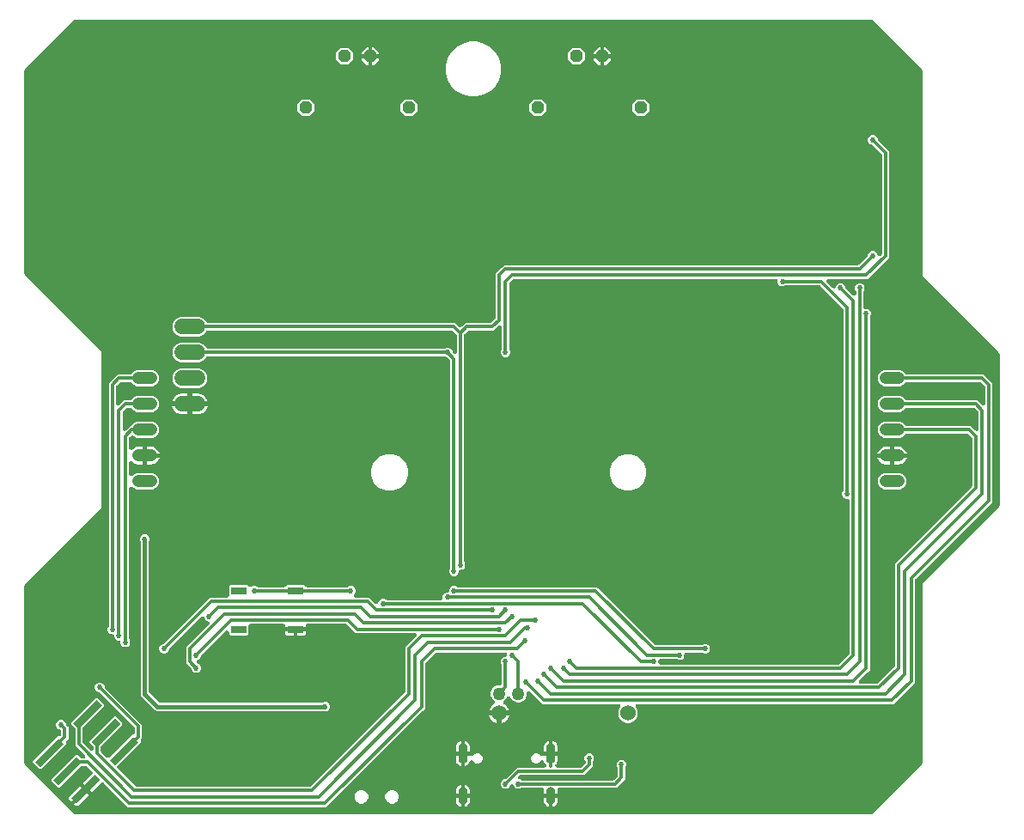
<source format=gbr>
G04 EAGLE Gerber RS-274X export*
G75*
%MOMM*%
%FSLAX34Y34*%
%LPD*%
%INBottom Copper*%
%IPPOS*%
%AMOC8*
5,1,8,0,0,1.08239X$1,22.5*%
G01*
%ADD10R,1.524000X0.762000*%
%ADD11C,1.219200*%
%ADD12C,1.524000*%
%ADD13C,1.524000*%
%ADD14P,1.319650X8X202.500000*%
%ADD15P,1.319650X8X22.500000*%
%ADD16C,0.900000*%
%ADD17R,0.736600X3.251200*%
%ADD18C,1.270000*%
%ADD19C,0.525000*%
%ADD20C,0.304800*%
%ADD21C,0.406400*%

G36*
X836543Y2035D02*
X836543Y2035D01*
X836570Y2033D01*
X836744Y2055D01*
X836917Y2073D01*
X836943Y2080D01*
X836969Y2084D01*
X837135Y2139D01*
X837302Y2191D01*
X837326Y2204D01*
X837351Y2212D01*
X837503Y2299D01*
X837656Y2383D01*
X837677Y2400D01*
X837700Y2413D01*
X837953Y2628D01*
X886372Y51047D01*
X886389Y51068D01*
X886410Y51085D01*
X886517Y51223D01*
X886627Y51359D01*
X886640Y51382D01*
X886656Y51403D01*
X886734Y51560D01*
X886816Y51714D01*
X886824Y51740D01*
X886836Y51764D01*
X886881Y51933D01*
X886931Y52100D01*
X886933Y52127D01*
X886940Y52153D01*
X886967Y52483D01*
X886967Y229442D01*
X962572Y305047D01*
X962589Y305068D01*
X962610Y305085D01*
X962717Y305223D01*
X962827Y305359D01*
X962840Y305382D01*
X962856Y305403D01*
X962934Y305560D01*
X963016Y305714D01*
X963024Y305740D01*
X963036Y305764D01*
X963081Y305933D01*
X963131Y306100D01*
X963133Y306127D01*
X963140Y306153D01*
X963167Y306483D01*
X963167Y455517D01*
X963165Y455543D01*
X963167Y455570D01*
X963145Y455744D01*
X963127Y455917D01*
X963120Y455943D01*
X963116Y455969D01*
X963061Y456135D01*
X963009Y456302D01*
X962996Y456326D01*
X962988Y456351D01*
X962901Y456503D01*
X962817Y456656D01*
X962800Y456677D01*
X962787Y456700D01*
X962572Y456953D01*
X886967Y532558D01*
X886967Y734917D01*
X886965Y734943D01*
X886967Y734970D01*
X886945Y735144D01*
X886927Y735317D01*
X886920Y735343D01*
X886916Y735369D01*
X886861Y735535D01*
X886809Y735702D01*
X886796Y735726D01*
X886788Y735751D01*
X886701Y735903D01*
X886617Y736056D01*
X886600Y736077D01*
X886587Y736100D01*
X886372Y736353D01*
X837953Y784772D01*
X837932Y784789D01*
X837915Y784810D01*
X837777Y784917D01*
X837641Y785027D01*
X837618Y785040D01*
X837597Y785056D01*
X837440Y785134D01*
X837286Y785216D01*
X837260Y785224D01*
X837236Y785236D01*
X837067Y785281D01*
X836900Y785331D01*
X836873Y785333D01*
X836847Y785340D01*
X836517Y785367D01*
X52483Y785367D01*
X52457Y785365D01*
X52430Y785367D01*
X52256Y785345D01*
X52083Y785327D01*
X52057Y785320D01*
X52031Y785316D01*
X51865Y785261D01*
X51698Y785209D01*
X51674Y785196D01*
X51649Y785188D01*
X51497Y785101D01*
X51344Y785017D01*
X51323Y785000D01*
X51300Y784987D01*
X51047Y784772D01*
X2628Y736353D01*
X2611Y736332D01*
X2590Y736315D01*
X2483Y736177D01*
X2373Y736041D01*
X2360Y736018D01*
X2344Y735997D01*
X2266Y735840D01*
X2184Y735686D01*
X2176Y735660D01*
X2164Y735636D01*
X2119Y735467D01*
X2069Y735300D01*
X2067Y735273D01*
X2060Y735247D01*
X2033Y734917D01*
X2033Y535083D01*
X2035Y535057D01*
X2033Y535030D01*
X2055Y534856D01*
X2073Y534683D01*
X2080Y534657D01*
X2084Y534631D01*
X2139Y534465D01*
X2191Y534298D01*
X2204Y534274D01*
X2212Y534249D01*
X2299Y534097D01*
X2383Y533944D01*
X2400Y533923D01*
X2413Y533900D01*
X2628Y533647D01*
X78233Y458042D01*
X78233Y303958D01*
X2628Y228353D01*
X2611Y228332D01*
X2590Y228315D01*
X2483Y228177D01*
X2373Y228041D01*
X2360Y228018D01*
X2344Y227997D01*
X2266Y227840D01*
X2184Y227686D01*
X2176Y227660D01*
X2164Y227636D01*
X2119Y227467D01*
X2069Y227300D01*
X2067Y227273D01*
X2060Y227247D01*
X2033Y226917D01*
X2033Y52483D01*
X2035Y52457D01*
X2033Y52430D01*
X2055Y52256D01*
X2073Y52083D01*
X2080Y52057D01*
X2084Y52031D01*
X2139Y51865D01*
X2191Y51698D01*
X2204Y51674D01*
X2212Y51649D01*
X2299Y51497D01*
X2383Y51344D01*
X2400Y51323D01*
X2413Y51300D01*
X2628Y51047D01*
X51047Y2628D01*
X51068Y2611D01*
X51085Y2590D01*
X51223Y2483D01*
X51359Y2373D01*
X51382Y2360D01*
X51403Y2344D01*
X51560Y2266D01*
X51714Y2184D01*
X51740Y2176D01*
X51764Y2164D01*
X51933Y2119D01*
X52100Y2069D01*
X52127Y2067D01*
X52153Y2060D01*
X52483Y2033D01*
X836517Y2033D01*
X836543Y2035D01*
G37*
%LPC*%
G36*
X103937Y9143D02*
X103937Y9143D01*
X80338Y32742D01*
X80324Y32754D01*
X80312Y32767D01*
X80168Y32881D01*
X80026Y32997D01*
X80010Y33006D01*
X79996Y33017D01*
X79832Y33100D01*
X79670Y33186D01*
X79653Y33191D01*
X79637Y33199D01*
X79460Y33249D01*
X79285Y33301D01*
X79267Y33302D01*
X79250Y33307D01*
X79066Y33321D01*
X78884Y33337D01*
X78866Y33335D01*
X78848Y33337D01*
X78666Y33314D01*
X78483Y33294D01*
X78466Y33288D01*
X78449Y33286D01*
X78275Y33228D01*
X78100Y33172D01*
X78084Y33164D01*
X78067Y33158D01*
X77907Y33066D01*
X77747Y32977D01*
X77734Y32966D01*
X77718Y32957D01*
X77465Y32742D01*
X68439Y23716D01*
X64039Y28117D01*
X64038Y28117D01*
X64038Y28118D01*
X59638Y32518D01*
X68663Y41544D01*
X68675Y41558D01*
X68688Y41569D01*
X68802Y41713D01*
X68918Y41856D01*
X68927Y41871D01*
X68938Y41885D01*
X69021Y42050D01*
X69107Y42211D01*
X69112Y42228D01*
X69120Y42244D01*
X69170Y42422D01*
X69222Y42597D01*
X69223Y42615D01*
X69228Y42632D01*
X69242Y42815D01*
X69258Y42998D01*
X69256Y43016D01*
X69258Y43034D01*
X69235Y43215D01*
X69215Y43398D01*
X69209Y43415D01*
X69207Y43433D01*
X69149Y43607D01*
X69093Y43782D01*
X69085Y43798D01*
X69079Y43815D01*
X68987Y43974D01*
X68899Y44135D01*
X68887Y44148D01*
X68878Y44164D01*
X68663Y44417D01*
X63892Y49188D01*
X63871Y49205D01*
X63853Y49226D01*
X63716Y49332D01*
X63580Y49443D01*
X63556Y49456D01*
X63535Y49472D01*
X63379Y49550D01*
X63224Y49632D01*
X63199Y49640D01*
X63175Y49652D01*
X63006Y49697D01*
X62839Y49747D01*
X62812Y49749D01*
X62786Y49756D01*
X62455Y49783D01*
X58708Y49783D01*
X58681Y49781D01*
X58655Y49783D01*
X58481Y49761D01*
X58307Y49743D01*
X58282Y49736D01*
X58255Y49732D01*
X58090Y49677D01*
X57922Y49625D01*
X57899Y49612D01*
X57874Y49604D01*
X57722Y49517D01*
X57568Y49433D01*
X57548Y49416D01*
X57525Y49403D01*
X57272Y49188D01*
X36593Y28510D01*
X34909Y28510D01*
X28510Y34909D01*
X28510Y36593D01*
X52690Y60773D01*
X54374Y60773D01*
X57655Y57492D01*
X57676Y57475D01*
X57694Y57454D01*
X57832Y57347D01*
X57967Y57237D01*
X57991Y57224D01*
X58012Y57208D01*
X58169Y57130D01*
X58323Y57048D01*
X58348Y57040D01*
X58372Y57028D01*
X58542Y56983D01*
X58709Y56933D01*
X58735Y56931D01*
X58761Y56924D01*
X59092Y56897D01*
X60169Y56897D01*
X60178Y56898D01*
X60187Y56897D01*
X60381Y56918D01*
X60570Y56937D01*
X60578Y56939D01*
X60587Y56940D01*
X60771Y56998D01*
X60955Y57055D01*
X60963Y57059D01*
X60971Y57062D01*
X61140Y57155D01*
X61309Y57247D01*
X61316Y57252D01*
X61324Y57257D01*
X61471Y57381D01*
X61618Y57504D01*
X61624Y57511D01*
X61631Y57517D01*
X61750Y57668D01*
X61871Y57818D01*
X61875Y57826D01*
X61880Y57833D01*
X61968Y58006D01*
X62056Y58175D01*
X62059Y58184D01*
X62063Y58192D01*
X62115Y58378D01*
X62167Y58562D01*
X62168Y58571D01*
X62171Y58580D01*
X62185Y58773D01*
X62200Y58964D01*
X62199Y58972D01*
X62200Y58981D01*
X62176Y59174D01*
X62153Y59363D01*
X62151Y59372D01*
X62150Y59381D01*
X62088Y59564D01*
X62029Y59746D01*
X62024Y59754D01*
X62021Y59762D01*
X61925Y59929D01*
X61831Y60097D01*
X61825Y60104D01*
X61820Y60111D01*
X61606Y60364D01*
X55002Y66968D01*
X52323Y69647D01*
X52323Y85688D01*
X52321Y85715D01*
X52323Y85742D01*
X52301Y85915D01*
X52283Y86089D01*
X52276Y86114D01*
X52272Y86141D01*
X52217Y86307D01*
X52165Y86474D01*
X52152Y86497D01*
X52144Y86523D01*
X52057Y86674D01*
X51973Y86828D01*
X51956Y86848D01*
X51943Y86872D01*
X51728Y87125D01*
X48934Y89919D01*
X48927Y89924D01*
X48922Y89931D01*
X48772Y90051D01*
X48623Y90174D01*
X48615Y90178D01*
X48608Y90183D01*
X48438Y90272D01*
X48267Y90362D01*
X48266Y90363D01*
X48266Y92271D01*
X72446Y116451D01*
X74130Y116451D01*
X80530Y110051D01*
X80530Y108367D01*
X60032Y87869D01*
X60015Y87849D01*
X59994Y87831D01*
X59887Y87693D01*
X59777Y87558D01*
X59764Y87534D01*
X59748Y87513D01*
X59670Y87356D01*
X59588Y87202D01*
X59580Y87177D01*
X59568Y87153D01*
X59523Y86983D01*
X59473Y86816D01*
X59471Y86790D01*
X59464Y86764D01*
X59437Y86433D01*
X59437Y73435D01*
X59439Y73408D01*
X59437Y73381D01*
X59459Y73207D01*
X59477Y73034D01*
X59484Y73009D01*
X59488Y72982D01*
X59543Y72816D01*
X59595Y72649D01*
X59608Y72625D01*
X59616Y72600D01*
X59703Y72449D01*
X59787Y72295D01*
X59804Y72275D01*
X59817Y72251D01*
X60032Y71998D01*
X66636Y65394D01*
X66643Y65389D01*
X66648Y65382D01*
X66798Y65261D01*
X66947Y65139D01*
X66955Y65135D01*
X66962Y65129D01*
X67132Y65041D01*
X67303Y64951D01*
X67312Y64948D01*
X67319Y64944D01*
X67504Y64891D01*
X67689Y64836D01*
X67698Y64835D01*
X67706Y64833D01*
X67898Y64817D01*
X68090Y64799D01*
X68099Y64800D01*
X68108Y64800D01*
X68297Y64822D01*
X68490Y64843D01*
X68499Y64846D01*
X68507Y64847D01*
X68689Y64906D01*
X68874Y64964D01*
X68882Y64969D01*
X68890Y64971D01*
X69059Y65066D01*
X69226Y65159D01*
X69233Y65165D01*
X69241Y65169D01*
X69387Y65295D01*
X69533Y65420D01*
X69539Y65427D01*
X69546Y65432D01*
X69663Y65584D01*
X69783Y65736D01*
X69787Y65744D01*
X69792Y65751D01*
X69878Y65923D01*
X69965Y66094D01*
X69968Y66103D01*
X69972Y66111D01*
X70022Y66298D01*
X70073Y66482D01*
X70074Y66491D01*
X70076Y66500D01*
X70103Y66831D01*
X70103Y67908D01*
X70101Y67935D01*
X70103Y67962D01*
X70081Y68136D01*
X70063Y68309D01*
X70056Y68334D01*
X70052Y68361D01*
X69997Y68527D01*
X69945Y68694D01*
X69932Y68717D01*
X69924Y68743D01*
X69837Y68894D01*
X69753Y69048D01*
X69736Y69068D01*
X69723Y69092D01*
X69508Y69345D01*
X66227Y72626D01*
X66227Y74310D01*
X90407Y98490D01*
X92091Y98490D01*
X98490Y92091D01*
X98490Y90407D01*
X77812Y69728D01*
X77795Y69708D01*
X77774Y69690D01*
X77667Y69552D01*
X77557Y69417D01*
X77544Y69393D01*
X77528Y69372D01*
X77450Y69215D01*
X77368Y69061D01*
X77360Y69036D01*
X77348Y69012D01*
X77303Y68842D01*
X77253Y68675D01*
X77251Y68649D01*
X77244Y68623D01*
X77217Y68292D01*
X77217Y64545D01*
X77219Y64518D01*
X77217Y64491D01*
X77239Y64317D01*
X77257Y64144D01*
X77264Y64119D01*
X77268Y64092D01*
X77323Y63926D01*
X77375Y63759D01*
X77388Y63735D01*
X77396Y63710D01*
X77483Y63559D01*
X77567Y63405D01*
X77584Y63385D01*
X77597Y63361D01*
X77812Y63108D01*
X82943Y57977D01*
X82956Y57966D01*
X82968Y57952D01*
X83112Y57839D01*
X83254Y57722D01*
X83270Y57714D01*
X83284Y57703D01*
X83448Y57620D01*
X83610Y57534D01*
X83627Y57529D01*
X83643Y57521D01*
X83820Y57471D01*
X83996Y57419D01*
X84013Y57417D01*
X84031Y57413D01*
X84214Y57399D01*
X84397Y57383D01*
X84414Y57384D01*
X84432Y57383D01*
X84614Y57406D01*
X84797Y57426D01*
X84814Y57431D01*
X84832Y57434D01*
X85005Y57492D01*
X85181Y57547D01*
X85196Y57556D01*
X85213Y57562D01*
X85373Y57654D01*
X85533Y57742D01*
X85547Y57754D01*
X85562Y57763D01*
X85815Y57977D01*
X108368Y80530D01*
X108712Y80530D01*
X108730Y80532D01*
X108748Y80530D01*
X108930Y80551D01*
X109113Y80570D01*
X109130Y80575D01*
X109147Y80577D01*
X109322Y80634D01*
X109498Y80688D01*
X109513Y80696D01*
X109530Y80702D01*
X109690Y80792D01*
X109852Y80880D01*
X109865Y80891D01*
X109881Y80900D01*
X110020Y81020D01*
X110161Y81137D01*
X110172Y81151D01*
X110186Y81163D01*
X110298Y81308D01*
X110413Y81451D01*
X110421Y81467D01*
X110432Y81481D01*
X110514Y81646D01*
X110599Y81808D01*
X110604Y81825D01*
X110612Y81841D01*
X110659Y82020D01*
X110710Y82195D01*
X110712Y82213D01*
X110716Y82230D01*
X110743Y82561D01*
X110743Y86585D01*
X110741Y86612D01*
X110743Y86639D01*
X110721Y86813D01*
X110703Y86986D01*
X110696Y87011D01*
X110692Y87038D01*
X110637Y87204D01*
X110585Y87371D01*
X110572Y87394D01*
X110564Y87420D01*
X110477Y87571D01*
X110393Y87725D01*
X110376Y87745D01*
X110363Y87769D01*
X110148Y88022D01*
X76423Y121747D01*
X76402Y121764D01*
X76384Y121785D01*
X76247Y121892D01*
X76111Y122002D01*
X76088Y122015D01*
X76066Y122031D01*
X75909Y122109D01*
X75755Y122191D01*
X75730Y122199D01*
X75706Y122211D01*
X75536Y122256D01*
X75370Y122306D01*
X75359Y122307D01*
X73562Y123051D01*
X72251Y124362D01*
X71542Y126074D01*
X71542Y127926D01*
X72251Y129638D01*
X73562Y130949D01*
X75274Y131658D01*
X77126Y131658D01*
X78838Y130949D01*
X80149Y129638D01*
X80895Y127836D01*
X80898Y127813D01*
X80905Y127788D01*
X80909Y127761D01*
X80964Y127595D01*
X81016Y127428D01*
X81029Y127405D01*
X81037Y127379D01*
X81124Y127228D01*
X81208Y127074D01*
X81225Y127054D01*
X81238Y127030D01*
X81453Y126777D01*
X117857Y90373D01*
X117857Y76906D01*
X117046Y76095D01*
X117029Y76074D01*
X117009Y76057D01*
X116901Y75918D01*
X116791Y75783D01*
X116778Y75760D01*
X116762Y75738D01*
X116684Y75582D01*
X116602Y75428D01*
X116594Y75402D01*
X116582Y75378D01*
X116537Y75209D01*
X116487Y75042D01*
X116485Y75015D01*
X116478Y74989D01*
X116451Y74658D01*
X116451Y72446D01*
X93898Y49894D01*
X93887Y49880D01*
X93874Y49869D01*
X93760Y49725D01*
X93643Y49583D01*
X93635Y49567D01*
X93624Y49553D01*
X93540Y49388D01*
X93455Y49227D01*
X93450Y49210D01*
X93442Y49194D01*
X93392Y49016D01*
X93340Y48841D01*
X93338Y48823D01*
X93334Y48806D01*
X93320Y48623D01*
X93304Y48440D01*
X93306Y48422D01*
X93304Y48405D01*
X93327Y48222D01*
X93347Y48040D01*
X93352Y48023D01*
X93355Y48005D01*
X93413Y47831D01*
X93468Y47656D01*
X93477Y47640D01*
X93483Y47623D01*
X93575Y47464D01*
X93663Y47304D01*
X93675Y47290D01*
X93684Y47275D01*
X93898Y47022D01*
X111368Y29552D01*
X111389Y29535D01*
X111407Y29514D01*
X111544Y29407D01*
X111680Y29297D01*
X111703Y29284D01*
X111725Y29268D01*
X111882Y29190D01*
X112036Y29108D01*
X112061Y29100D01*
X112085Y29088D01*
X112255Y29043D01*
X112421Y28993D01*
X112448Y28991D01*
X112474Y28984D01*
X112805Y28957D01*
X283435Y28957D01*
X283462Y28959D01*
X283489Y28957D01*
X283663Y28979D01*
X283836Y28997D01*
X283862Y29004D01*
X283888Y29008D01*
X284054Y29063D01*
X284221Y29115D01*
X284245Y29128D01*
X284270Y29136D01*
X284421Y29223D01*
X284575Y29307D01*
X284595Y29324D01*
X284619Y29337D01*
X284872Y29552D01*
X376848Y121528D01*
X376865Y121549D01*
X376886Y121567D01*
X376993Y121704D01*
X377103Y121840D01*
X377116Y121863D01*
X377132Y121885D01*
X377210Y122042D01*
X377292Y122196D01*
X377300Y122221D01*
X377312Y122245D01*
X377357Y122415D01*
X377407Y122581D01*
X377409Y122608D01*
X377416Y122634D01*
X377443Y122965D01*
X377443Y166573D01*
X387996Y177126D01*
X388001Y177133D01*
X388008Y177138D01*
X388129Y177288D01*
X388251Y177437D01*
X388255Y177445D01*
X388261Y177452D01*
X388349Y177622D01*
X388439Y177793D01*
X388442Y177802D01*
X388446Y177809D01*
X388499Y177994D01*
X388554Y178179D01*
X388555Y178188D01*
X388557Y178196D01*
X388573Y178388D01*
X388591Y178580D01*
X388590Y178589D01*
X388590Y178598D01*
X388568Y178787D01*
X388547Y178980D01*
X388544Y178989D01*
X388543Y178997D01*
X388484Y179179D01*
X388426Y179364D01*
X388421Y179372D01*
X388419Y179380D01*
X388324Y179549D01*
X388231Y179716D01*
X388225Y179723D01*
X388221Y179731D01*
X388095Y179877D01*
X387970Y180023D01*
X387963Y180029D01*
X387958Y180036D01*
X387806Y180153D01*
X387654Y180273D01*
X387646Y180277D01*
X387639Y180282D01*
X387468Y180367D01*
X387296Y180455D01*
X387287Y180458D01*
X387279Y180462D01*
X387092Y180512D01*
X386908Y180563D01*
X386899Y180564D01*
X386890Y180566D01*
X386559Y180593D01*
X328727Y180593D01*
X320178Y189142D01*
X320157Y189159D01*
X320140Y189180D01*
X320002Y189287D01*
X319866Y189397D01*
X319843Y189410D01*
X319821Y189426D01*
X319665Y189504D01*
X319511Y189586D01*
X319485Y189594D01*
X319461Y189606D01*
X319292Y189651D01*
X319125Y189701D01*
X319098Y189703D01*
X319072Y189710D01*
X318741Y189737D01*
X281432Y189737D01*
X281414Y189735D01*
X281396Y189737D01*
X281214Y189716D01*
X281031Y189697D01*
X281014Y189692D01*
X280997Y189690D01*
X280822Y189633D01*
X280646Y189579D01*
X280631Y189571D01*
X280614Y189565D01*
X280454Y189475D01*
X280292Y189387D01*
X280279Y189376D01*
X280263Y189367D01*
X280124Y189247D01*
X279983Y189130D01*
X279972Y189116D01*
X279958Y189104D01*
X279846Y188959D01*
X279731Y188816D01*
X279723Y188800D01*
X279712Y188786D01*
X279630Y188621D01*
X279545Y188459D01*
X279540Y188442D01*
X279532Y188426D01*
X279485Y188247D01*
X279434Y188072D01*
X279432Y188054D01*
X279428Y188037D01*
X279401Y187706D01*
X279401Y186181D01*
X269240Y186181D01*
X259079Y186181D01*
X259079Y187706D01*
X259077Y187724D01*
X259079Y187742D01*
X259058Y187924D01*
X259039Y188107D01*
X259034Y188124D01*
X259032Y188141D01*
X258975Y188316D01*
X258921Y188492D01*
X258913Y188507D01*
X258907Y188524D01*
X258817Y188684D01*
X258730Y188846D01*
X258718Y188859D01*
X258709Y188875D01*
X258589Y189014D01*
X258472Y189155D01*
X258458Y189166D01*
X258446Y189180D01*
X258301Y189292D01*
X258158Y189407D01*
X258142Y189415D01*
X258128Y189426D01*
X257964Y189508D01*
X257801Y189593D01*
X257784Y189598D01*
X257768Y189606D01*
X257590Y189653D01*
X257414Y189704D01*
X257396Y189706D01*
X257379Y189710D01*
X257048Y189737D01*
X225044Y189737D01*
X225026Y189735D01*
X225008Y189737D01*
X224826Y189716D01*
X224643Y189697D01*
X224626Y189692D01*
X224609Y189690D01*
X224434Y189633D01*
X224258Y189579D01*
X224243Y189571D01*
X224226Y189565D01*
X224066Y189475D01*
X223904Y189387D01*
X223891Y189376D01*
X223875Y189367D01*
X223736Y189247D01*
X223595Y189130D01*
X223584Y189116D01*
X223570Y189104D01*
X223458Y188959D01*
X223343Y188816D01*
X223335Y188800D01*
X223324Y188786D01*
X223242Y188621D01*
X223157Y188459D01*
X223152Y188442D01*
X223144Y188426D01*
X223097Y188247D01*
X223046Y188072D01*
X223044Y188054D01*
X223040Y188037D01*
X223013Y187706D01*
X223013Y179498D01*
X221822Y178307D01*
X204898Y178307D01*
X203707Y179498D01*
X203707Y181073D01*
X203706Y181082D01*
X203707Y181091D01*
X203686Y181285D01*
X203667Y181474D01*
X203665Y181482D01*
X203664Y181491D01*
X203605Y181676D01*
X203549Y181859D01*
X203545Y181867D01*
X203542Y181875D01*
X203450Y182042D01*
X203357Y182213D01*
X203352Y182220D01*
X203347Y182228D01*
X203223Y182375D01*
X203100Y182522D01*
X203093Y182528D01*
X203087Y182535D01*
X202935Y182654D01*
X202786Y182775D01*
X202778Y182779D01*
X202771Y182784D01*
X202598Y182872D01*
X202429Y182960D01*
X202420Y182963D01*
X202412Y182967D01*
X202226Y183019D01*
X202042Y183071D01*
X202033Y183072D01*
X202024Y183075D01*
X201831Y183089D01*
X201640Y183104D01*
X201632Y183103D01*
X201623Y183104D01*
X201430Y183080D01*
X201241Y183057D01*
X201232Y183055D01*
X201223Y183054D01*
X201041Y182992D01*
X200858Y182933D01*
X200850Y182928D01*
X200842Y182925D01*
X200675Y182829D01*
X200507Y182735D01*
X200500Y182729D01*
X200493Y182724D01*
X200240Y182510D01*
X176703Y158973D01*
X176686Y158952D01*
X176665Y158934D01*
X176558Y158797D01*
X176448Y158661D01*
X176435Y158638D01*
X176419Y158616D01*
X176341Y158459D01*
X176259Y158305D01*
X176251Y158280D01*
X176239Y158256D01*
X176194Y158086D01*
X176144Y157920D01*
X176143Y157909D01*
X175399Y156112D01*
X174088Y154801D01*
X172822Y154277D01*
X172814Y154272D01*
X172805Y154270D01*
X172636Y154177D01*
X172467Y154086D01*
X172460Y154081D01*
X172452Y154077D01*
X172304Y153952D01*
X172156Y153830D01*
X172151Y153823D01*
X172144Y153817D01*
X172023Y153666D01*
X171903Y153517D01*
X171898Y153510D01*
X171893Y153503D01*
X171805Y153331D01*
X171716Y153161D01*
X171713Y153152D01*
X171709Y153144D01*
X171657Y152960D01*
X171602Y152774D01*
X171602Y152766D01*
X171599Y152757D01*
X171584Y152566D01*
X171568Y152373D01*
X171569Y152365D01*
X171568Y152356D01*
X171591Y152165D01*
X171613Y151973D01*
X171616Y151965D01*
X171617Y151956D01*
X171677Y151773D01*
X171736Y151590D01*
X171740Y151582D01*
X171743Y151574D01*
X171839Y151406D01*
X171933Y151238D01*
X171938Y151232D01*
X171943Y151224D01*
X172069Y151080D01*
X172194Y150933D01*
X172201Y150927D01*
X172207Y150920D01*
X172359Y150804D01*
X172511Y150684D01*
X172519Y150680D01*
X172526Y150675D01*
X172822Y150523D01*
X174088Y149999D01*
X175399Y148688D01*
X176108Y146976D01*
X176108Y145124D01*
X175399Y143412D01*
X174088Y142101D01*
X172376Y141392D01*
X170524Y141392D01*
X168812Y142101D01*
X167501Y143412D01*
X166755Y145214D01*
X166752Y145237D01*
X166745Y145262D01*
X166741Y145289D01*
X166686Y145455D01*
X166634Y145622D01*
X166621Y145645D01*
X166613Y145671D01*
X166526Y145822D01*
X166442Y145976D01*
X166425Y145996D01*
X166412Y146020D01*
X166197Y146273D01*
X161543Y150927D01*
X161543Y166573D01*
X183859Y188889D01*
X183868Y188899D01*
X183878Y188908D01*
X183995Y189055D01*
X184114Y189201D01*
X184120Y189212D01*
X184129Y189223D01*
X184215Y189391D01*
X184303Y189556D01*
X184307Y189569D01*
X184313Y189581D01*
X184364Y189762D01*
X184418Y189942D01*
X184419Y189956D01*
X184422Y189968D01*
X184437Y190154D01*
X184454Y190343D01*
X184452Y190357D01*
X184453Y190370D01*
X184431Y190554D01*
X184411Y190743D01*
X184406Y190756D01*
X184405Y190769D01*
X184346Y190947D01*
X184289Y191127D01*
X184283Y191139D01*
X184278Y191152D01*
X184185Y191316D01*
X184094Y191480D01*
X184086Y191490D01*
X184079Y191501D01*
X183955Y191643D01*
X183834Y191787D01*
X183823Y191795D01*
X183814Y191805D01*
X183666Y191919D01*
X183518Y192036D01*
X183506Y192042D01*
X183495Y192050D01*
X183200Y192202D01*
X181512Y192901D01*
X180201Y194212D01*
X179502Y195900D01*
X179496Y195912D01*
X179492Y195925D01*
X179401Y196089D01*
X179312Y196255D01*
X179303Y196265D01*
X179297Y196277D01*
X179176Y196420D01*
X179055Y196565D01*
X179045Y196574D01*
X179036Y196584D01*
X178889Y196701D01*
X178743Y196819D01*
X178731Y196825D01*
X178720Y196834D01*
X178552Y196919D01*
X178386Y197006D01*
X178373Y197010D01*
X178361Y197016D01*
X178180Y197067D01*
X178000Y197119D01*
X177987Y197120D01*
X177974Y197124D01*
X177785Y197138D01*
X177599Y197154D01*
X177586Y197152D01*
X177572Y197153D01*
X177384Y197130D01*
X177199Y197109D01*
X177186Y197105D01*
X177173Y197103D01*
X176994Y197043D01*
X176815Y196986D01*
X176804Y196979D01*
X176791Y196975D01*
X176628Y196881D01*
X176464Y196789D01*
X176454Y196780D01*
X176442Y196774D01*
X176189Y196559D01*
X144953Y165323D01*
X144936Y165302D01*
X144915Y165284D01*
X144808Y165147D01*
X144698Y165011D01*
X144685Y164988D01*
X144669Y164966D01*
X144591Y164809D01*
X144509Y164655D01*
X144501Y164630D01*
X144489Y164606D01*
X144444Y164436D01*
X144394Y164270D01*
X144393Y164259D01*
X143649Y162462D01*
X142338Y161151D01*
X140626Y160442D01*
X138774Y160442D01*
X137062Y161151D01*
X135751Y162462D01*
X135042Y164174D01*
X135042Y166026D01*
X135751Y167738D01*
X137062Y169049D01*
X138864Y169795D01*
X138887Y169798D01*
X138912Y169805D01*
X138939Y169809D01*
X139105Y169864D01*
X139272Y169916D01*
X139295Y169929D01*
X139321Y169937D01*
X139472Y170024D01*
X139626Y170108D01*
X139646Y170125D01*
X139670Y170138D01*
X139923Y170353D01*
X185217Y215647D01*
X201676Y215647D01*
X201694Y215649D01*
X201712Y215647D01*
X201894Y215668D01*
X202077Y215687D01*
X202094Y215692D01*
X202111Y215694D01*
X202286Y215751D01*
X202462Y215805D01*
X202477Y215813D01*
X202494Y215819D01*
X202654Y215909D01*
X202816Y215997D01*
X202829Y216008D01*
X202845Y216017D01*
X202984Y216137D01*
X203125Y216254D01*
X203136Y216268D01*
X203150Y216280D01*
X203262Y216425D01*
X203377Y216568D01*
X203385Y216584D01*
X203396Y216598D01*
X203478Y216763D01*
X203563Y216925D01*
X203568Y216942D01*
X203576Y216958D01*
X203623Y217137D01*
X203674Y217312D01*
X203676Y217330D01*
X203680Y217347D01*
X203707Y217678D01*
X203707Y226902D01*
X204898Y228093D01*
X221822Y228093D01*
X223414Y226501D01*
X223431Y226487D01*
X223446Y226470D01*
X223587Y226359D01*
X223726Y226246D01*
X223745Y226235D01*
X223763Y226221D01*
X223924Y226140D01*
X224081Y226057D01*
X224103Y226051D01*
X224123Y226041D01*
X224296Y225993D01*
X224467Y225942D01*
X224489Y225940D01*
X224511Y225934D01*
X224690Y225922D01*
X224868Y225906D01*
X224890Y225908D01*
X224913Y225907D01*
X225090Y225930D01*
X225268Y225949D01*
X225290Y225956D01*
X225312Y225959D01*
X225628Y226060D01*
X227674Y226908D01*
X229526Y226908D01*
X231329Y226161D01*
X231347Y226147D01*
X231371Y226134D01*
X231392Y226118D01*
X231549Y226040D01*
X231703Y225958D01*
X231728Y225950D01*
X231752Y225938D01*
X231922Y225893D01*
X232088Y225843D01*
X232115Y225841D01*
X232141Y225834D01*
X232472Y225807D01*
X257651Y225807D01*
X257677Y225809D01*
X257704Y225807D01*
X257878Y225829D01*
X258051Y225847D01*
X258077Y225854D01*
X258103Y225858D01*
X258269Y225914D01*
X258436Y225965D01*
X258460Y225978D01*
X258485Y225986D01*
X258636Y226073D01*
X258790Y226157D01*
X258811Y226174D01*
X258834Y226187D01*
X259087Y226402D01*
X260778Y228093D01*
X277702Y228093D01*
X279393Y226402D01*
X279414Y226385D01*
X279431Y226364D01*
X279569Y226257D01*
X279705Y226147D01*
X279728Y226134D01*
X279749Y226118D01*
X279906Y226040D01*
X280060Y225958D01*
X280086Y225950D01*
X280110Y225938D01*
X280279Y225893D01*
X280446Y225843D01*
X280473Y225841D01*
X280499Y225834D01*
X280829Y225807D01*
X319978Y225807D01*
X320005Y225809D01*
X320032Y225807D01*
X320206Y225829D01*
X320379Y225847D01*
X320404Y225854D01*
X320431Y225858D01*
X320597Y225913D01*
X320764Y225965D01*
X320787Y225978D01*
X320813Y225986D01*
X320964Y226073D01*
X321118Y226157D01*
X321126Y226163D01*
X322924Y226908D01*
X324776Y226908D01*
X326488Y226199D01*
X327799Y224888D01*
X328508Y223176D01*
X328508Y221324D01*
X327799Y219612D01*
X327301Y219114D01*
X327296Y219107D01*
X327289Y219102D01*
X327169Y218953D01*
X327046Y218803D01*
X327042Y218795D01*
X327036Y218788D01*
X326949Y218619D01*
X326858Y218447D01*
X326855Y218438D01*
X326851Y218431D01*
X326798Y218247D01*
X326743Y218061D01*
X326742Y218052D01*
X326740Y218044D01*
X326724Y217853D01*
X326706Y217660D01*
X326707Y217651D01*
X326707Y217642D01*
X326729Y217453D01*
X326750Y217260D01*
X326753Y217251D01*
X326754Y217243D01*
X326813Y217060D01*
X326871Y216876D01*
X326876Y216868D01*
X326878Y216860D01*
X326973Y216691D01*
X327066Y216524D01*
X327072Y216517D01*
X327076Y216509D01*
X327202Y216364D01*
X327327Y216217D01*
X327334Y216211D01*
X327339Y216204D01*
X327491Y216087D01*
X327643Y215967D01*
X327651Y215963D01*
X327658Y215958D01*
X327831Y215871D01*
X328001Y215785D01*
X328010Y215782D01*
X328018Y215778D01*
X328206Y215728D01*
X328389Y215677D01*
X328398Y215676D01*
X328407Y215674D01*
X328738Y215647D01*
X341833Y215647D01*
X344512Y212968D01*
X347639Y209841D01*
X347649Y209832D01*
X347658Y209822D01*
X347805Y209705D01*
X347951Y209586D01*
X347962Y209580D01*
X347973Y209571D01*
X348140Y209486D01*
X348306Y209397D01*
X348319Y209393D01*
X348331Y209387D01*
X348511Y209336D01*
X348692Y209282D01*
X348706Y209281D01*
X348718Y209278D01*
X348904Y209263D01*
X349093Y209246D01*
X349107Y209248D01*
X349120Y209246D01*
X349305Y209269D01*
X349493Y209289D01*
X349506Y209294D01*
X349519Y209295D01*
X349697Y209354D01*
X349877Y209411D01*
X349889Y209417D01*
X349902Y209422D01*
X350066Y209515D01*
X350230Y209606D01*
X350240Y209614D01*
X350251Y209621D01*
X350394Y209745D01*
X350537Y209866D01*
X350545Y209877D01*
X350555Y209886D01*
X350669Y210034D01*
X350786Y210182D01*
X350792Y210194D01*
X350800Y210205D01*
X350952Y210500D01*
X351651Y212188D01*
X352962Y213499D01*
X354674Y214208D01*
X356526Y214208D01*
X358329Y213461D01*
X358347Y213447D01*
X358371Y213434D01*
X358392Y213418D01*
X358549Y213340D01*
X358703Y213258D01*
X358728Y213250D01*
X358752Y213238D01*
X358922Y213193D01*
X359088Y213143D01*
X359115Y213141D01*
X359141Y213134D01*
X359472Y213107D01*
X412411Y213107D01*
X412429Y213109D01*
X412447Y213107D01*
X412629Y213128D01*
X412812Y213147D01*
X412829Y213152D01*
X412846Y213154D01*
X413021Y213211D01*
X413197Y213265D01*
X413212Y213273D01*
X413229Y213279D01*
X413389Y213369D01*
X413551Y213457D01*
X413564Y213468D01*
X413580Y213477D01*
X413719Y213597D01*
X413860Y213714D01*
X413871Y213728D01*
X413885Y213740D01*
X413997Y213885D01*
X414112Y214028D01*
X414120Y214044D01*
X414131Y214058D01*
X414213Y214223D01*
X414298Y214385D01*
X414303Y214402D01*
X414311Y214418D01*
X414358Y214597D01*
X414409Y214772D01*
X414411Y214790D01*
X414415Y214807D01*
X414442Y215138D01*
X414442Y216826D01*
X415151Y218538D01*
X416462Y219849D01*
X418174Y220558D01*
X418761Y220558D01*
X418779Y220560D01*
X418797Y220558D01*
X418979Y220579D01*
X419162Y220598D01*
X419179Y220603D01*
X419196Y220605D01*
X419371Y220662D01*
X419547Y220716D01*
X419562Y220724D01*
X419579Y220730D01*
X419739Y220820D01*
X419901Y220908D01*
X419914Y220919D01*
X419930Y220928D01*
X420069Y221048D01*
X420210Y221165D01*
X420221Y221179D01*
X420235Y221191D01*
X420347Y221336D01*
X420462Y221479D01*
X420470Y221495D01*
X420481Y221509D01*
X420563Y221674D01*
X420648Y221836D01*
X420653Y221853D01*
X420661Y221869D01*
X420708Y222048D01*
X420759Y222223D01*
X420761Y222241D01*
X420765Y222258D01*
X420792Y222589D01*
X420792Y223176D01*
X421501Y224888D01*
X422812Y226199D01*
X424524Y226908D01*
X426376Y226908D01*
X428179Y226161D01*
X428197Y226147D01*
X428221Y226134D01*
X428242Y226118D01*
X428399Y226040D01*
X428553Y225958D01*
X428578Y225950D01*
X428602Y225938D01*
X428772Y225893D01*
X428938Y225843D01*
X428965Y225841D01*
X428991Y225834D01*
X429322Y225807D01*
X566623Y225807D01*
X623178Y169252D01*
X623199Y169235D01*
X623217Y169214D01*
X623354Y169107D01*
X623490Y168997D01*
X623513Y168984D01*
X623535Y168968D01*
X623692Y168890D01*
X623846Y168808D01*
X623871Y168800D01*
X623895Y168788D01*
X624065Y168743D01*
X624231Y168693D01*
X624258Y168691D01*
X624284Y168684D01*
X624615Y168657D01*
X669228Y168657D01*
X669255Y168659D01*
X669282Y168657D01*
X669456Y168679D01*
X669629Y168697D01*
X669654Y168704D01*
X669681Y168708D01*
X669847Y168763D01*
X670014Y168815D01*
X670037Y168828D01*
X670063Y168836D01*
X670214Y168923D01*
X670368Y169007D01*
X670376Y169013D01*
X672174Y169758D01*
X674026Y169758D01*
X675738Y169049D01*
X677049Y167738D01*
X677758Y166026D01*
X677758Y164174D01*
X677049Y162462D01*
X675738Y161151D01*
X674026Y160442D01*
X672174Y160442D01*
X670371Y161189D01*
X670353Y161203D01*
X670329Y161216D01*
X670308Y161232D01*
X670151Y161310D01*
X669997Y161392D01*
X669972Y161400D01*
X669948Y161412D01*
X669778Y161457D01*
X669612Y161507D01*
X669585Y161509D01*
X669559Y161516D01*
X669228Y161543D01*
X654389Y161543D01*
X654371Y161541D01*
X654353Y161543D01*
X654171Y161522D01*
X653988Y161503D01*
X653971Y161498D01*
X653954Y161496D01*
X653779Y161439D01*
X653603Y161385D01*
X653588Y161377D01*
X653571Y161371D01*
X653411Y161281D01*
X653249Y161193D01*
X653236Y161182D01*
X653220Y161173D01*
X653081Y161053D01*
X652940Y160936D01*
X652929Y160922D01*
X652915Y160910D01*
X652803Y160765D01*
X652688Y160622D01*
X652680Y160606D01*
X652669Y160592D01*
X652587Y160427D01*
X652502Y160265D01*
X652497Y160248D01*
X652489Y160232D01*
X652442Y160053D01*
X652391Y159878D01*
X652389Y159860D01*
X652385Y159843D01*
X652358Y159512D01*
X652358Y157824D01*
X651649Y156112D01*
X650338Y154801D01*
X648626Y154092D01*
X646774Y154092D01*
X644971Y154839D01*
X644953Y154853D01*
X644929Y154866D01*
X644908Y154882D01*
X644751Y154960D01*
X644597Y155042D01*
X644572Y155050D01*
X644548Y155062D01*
X644378Y155107D01*
X644212Y155157D01*
X644185Y155159D01*
X644159Y155166D01*
X643828Y155193D01*
X628989Y155193D01*
X628971Y155191D01*
X628953Y155193D01*
X628771Y155172D01*
X628588Y155153D01*
X628571Y155148D01*
X628554Y155146D01*
X628379Y155089D01*
X628203Y155035D01*
X628188Y155027D01*
X628171Y155021D01*
X628011Y154931D01*
X627849Y154843D01*
X627836Y154832D01*
X627820Y154823D01*
X627681Y154703D01*
X627540Y154586D01*
X627529Y154572D01*
X627515Y154560D01*
X627403Y154415D01*
X627288Y154272D01*
X627280Y154256D01*
X627269Y154242D01*
X627186Y154077D01*
X627102Y153915D01*
X627097Y153898D01*
X627089Y153882D01*
X627042Y153703D01*
X626991Y153528D01*
X626989Y153510D01*
X626985Y153493D01*
X626958Y153162D01*
X626958Y151638D01*
X626960Y151620D01*
X626958Y151602D01*
X626979Y151420D01*
X626998Y151237D01*
X627003Y151220D01*
X627005Y151203D01*
X627062Y151028D01*
X627116Y150852D01*
X627124Y150837D01*
X627130Y150820D01*
X627220Y150660D01*
X627308Y150498D01*
X627319Y150485D01*
X627328Y150469D01*
X627448Y150330D01*
X627565Y150189D01*
X627579Y150178D01*
X627591Y150164D01*
X627736Y150052D01*
X627879Y149937D01*
X627895Y149929D01*
X627909Y149918D01*
X628074Y149836D01*
X628236Y149751D01*
X628253Y149746D01*
X628269Y149738D01*
X628448Y149691D01*
X628623Y149640D01*
X628641Y149638D01*
X628658Y149634D01*
X628989Y149607D01*
X804135Y149607D01*
X804162Y149609D01*
X804189Y149607D01*
X804363Y149629D01*
X804536Y149647D01*
X804561Y149654D01*
X804588Y149658D01*
X804754Y149713D01*
X804921Y149765D01*
X804944Y149778D01*
X804970Y149786D01*
X805121Y149873D01*
X805275Y149957D01*
X805295Y149974D01*
X805319Y149987D01*
X805572Y150202D01*
X814998Y159628D01*
X815015Y159649D01*
X815036Y159667D01*
X815143Y159804D01*
X815253Y159940D01*
X815266Y159963D01*
X815282Y159985D01*
X815360Y160142D01*
X815442Y160296D01*
X815450Y160321D01*
X815462Y160345D01*
X815507Y160515D01*
X815557Y160681D01*
X815559Y160708D01*
X815566Y160734D01*
X815593Y161065D01*
X815593Y310811D01*
X815593Y310816D01*
X815593Y310818D01*
X815592Y310830D01*
X815593Y310847D01*
X815572Y311029D01*
X815553Y311212D01*
X815548Y311229D01*
X815546Y311246D01*
X815489Y311421D01*
X815435Y311597D01*
X815427Y311612D01*
X815421Y311629D01*
X815331Y311789D01*
X815243Y311951D01*
X815232Y311964D01*
X815223Y311980D01*
X815103Y312119D01*
X814986Y312260D01*
X814972Y312271D01*
X814960Y312285D01*
X814815Y312397D01*
X814672Y312512D01*
X814656Y312520D01*
X814642Y312531D01*
X814477Y312613D01*
X814315Y312698D01*
X814298Y312703D01*
X814282Y312711D01*
X814103Y312758D01*
X813928Y312809D01*
X813910Y312811D01*
X813893Y312815D01*
X813562Y312842D01*
X811874Y312842D01*
X810162Y313551D01*
X808851Y314862D01*
X808142Y316574D01*
X808142Y318426D01*
X808889Y320229D01*
X808903Y320247D01*
X808916Y320271D01*
X808932Y320292D01*
X809010Y320449D01*
X809092Y320603D01*
X809100Y320628D01*
X809112Y320652D01*
X809157Y320822D01*
X809207Y320988D01*
X809209Y321015D01*
X809216Y321041D01*
X809243Y321372D01*
X809243Y499335D01*
X809241Y499362D01*
X809243Y499389D01*
X809221Y499563D01*
X809203Y499736D01*
X809196Y499761D01*
X809192Y499788D01*
X809137Y499954D01*
X809085Y500121D01*
X809072Y500144D01*
X809064Y500170D01*
X808977Y500321D01*
X808893Y500475D01*
X808876Y500495D01*
X808863Y500519D01*
X808648Y500772D01*
X786522Y522898D01*
X786501Y522915D01*
X786483Y522936D01*
X786346Y523043D01*
X786210Y523153D01*
X786187Y523166D01*
X786165Y523182D01*
X786008Y523260D01*
X785854Y523342D01*
X785829Y523350D01*
X785805Y523362D01*
X785635Y523407D01*
X785469Y523457D01*
X785442Y523459D01*
X785416Y523466D01*
X785085Y523493D01*
X753172Y523493D01*
X753145Y523491D01*
X753118Y523493D01*
X752944Y523471D01*
X752771Y523453D01*
X752746Y523446D01*
X752719Y523442D01*
X752553Y523387D01*
X752386Y523335D01*
X752363Y523322D01*
X752337Y523314D01*
X752186Y523227D01*
X752032Y523143D01*
X752024Y523137D01*
X750226Y522392D01*
X748374Y522392D01*
X746662Y523101D01*
X745351Y524412D01*
X744642Y526124D01*
X744642Y527812D01*
X744640Y527830D01*
X744642Y527848D01*
X744621Y528030D01*
X744602Y528213D01*
X744597Y528230D01*
X744595Y528247D01*
X744538Y528422D01*
X744484Y528598D01*
X744476Y528613D01*
X744470Y528630D01*
X744380Y528790D01*
X744292Y528952D01*
X744281Y528965D01*
X744272Y528981D01*
X744152Y529120D01*
X744035Y529261D01*
X744021Y529272D01*
X744009Y529286D01*
X743864Y529398D01*
X743721Y529513D01*
X743705Y529521D01*
X743691Y529532D01*
X743526Y529614D01*
X743364Y529699D01*
X743347Y529704D01*
X743331Y529712D01*
X743152Y529759D01*
X742977Y529810D01*
X742959Y529812D01*
X742942Y529816D01*
X742611Y529843D01*
X484915Y529843D01*
X484888Y529841D01*
X484861Y529843D01*
X484687Y529821D01*
X484514Y529803D01*
X484489Y529796D01*
X484462Y529792D01*
X484296Y529737D01*
X484129Y529685D01*
X484106Y529672D01*
X484080Y529664D01*
X483929Y529577D01*
X483775Y529493D01*
X483755Y529476D01*
X483731Y529463D01*
X483478Y529248D01*
X480402Y526172D01*
X480385Y526151D01*
X480364Y526133D01*
X480257Y525996D01*
X480147Y525860D01*
X480134Y525837D01*
X480118Y525815D01*
X480040Y525658D01*
X479958Y525504D01*
X479950Y525479D01*
X479938Y525455D01*
X479893Y525285D01*
X479843Y525119D01*
X479841Y525092D01*
X479834Y525066D01*
X479807Y524735D01*
X479807Y461072D01*
X479807Y461065D01*
X479807Y461060D01*
X479809Y461042D01*
X479807Y461018D01*
X479829Y460844D01*
X479847Y460671D01*
X479854Y460646D01*
X479858Y460619D01*
X479913Y460453D01*
X479965Y460286D01*
X479978Y460263D01*
X479986Y460237D01*
X480074Y460085D01*
X480157Y459932D01*
X480163Y459924D01*
X480908Y458126D01*
X480908Y456274D01*
X480199Y454562D01*
X478888Y453251D01*
X477176Y452542D01*
X475324Y452542D01*
X473612Y453251D01*
X472301Y454562D01*
X471592Y456274D01*
X471592Y458126D01*
X472339Y459929D01*
X472353Y459947D01*
X472366Y459971D01*
X472382Y459992D01*
X472460Y460149D01*
X472542Y460303D01*
X472550Y460328D01*
X472562Y460352D01*
X472607Y460522D01*
X472657Y460688D01*
X472659Y460715D01*
X472666Y460741D01*
X472693Y461072D01*
X472693Y481809D01*
X472692Y481818D01*
X472693Y481827D01*
X472672Y482019D01*
X472653Y482210D01*
X472651Y482219D01*
X472650Y482227D01*
X472592Y482410D01*
X472535Y482595D01*
X472531Y482603D01*
X472528Y482611D01*
X472435Y482780D01*
X472343Y482949D01*
X472338Y482956D01*
X472333Y482964D01*
X472208Y483111D01*
X472086Y483258D01*
X472079Y483264D01*
X472073Y483271D01*
X471921Y483391D01*
X471772Y483511D01*
X471764Y483515D01*
X471757Y483520D01*
X471585Y483608D01*
X471415Y483696D01*
X471406Y483699D01*
X471398Y483703D01*
X471212Y483754D01*
X471028Y483807D01*
X471019Y483808D01*
X471010Y483811D01*
X470818Y483825D01*
X470626Y483840D01*
X470618Y483839D01*
X470609Y483840D01*
X470416Y483816D01*
X470227Y483793D01*
X470218Y483791D01*
X470209Y483790D01*
X470026Y483728D01*
X469844Y483669D01*
X469836Y483664D01*
X469828Y483661D01*
X469662Y483566D01*
X469493Y483471D01*
X469486Y483465D01*
X469479Y483460D01*
X469226Y483246D01*
X467702Y481722D01*
X465023Y479043D01*
X440465Y479043D01*
X440438Y479041D01*
X440411Y479043D01*
X440237Y479021D01*
X440064Y479003D01*
X440039Y478996D01*
X440012Y478992D01*
X439846Y478937D01*
X439679Y478885D01*
X439656Y478872D01*
X439630Y478864D01*
X439479Y478777D01*
X439325Y478693D01*
X439305Y478676D01*
X439281Y478663D01*
X439028Y478448D01*
X435952Y475372D01*
X435935Y475351D01*
X435914Y475333D01*
X435807Y475196D01*
X435697Y475060D01*
X435684Y475037D01*
X435668Y475015D01*
X435590Y474858D01*
X435508Y474704D01*
X435500Y474679D01*
X435488Y474655D01*
X435443Y474485D01*
X435393Y474319D01*
X435391Y474292D01*
X435384Y474266D01*
X435357Y473935D01*
X435357Y251522D01*
X435359Y251495D01*
X435357Y251468D01*
X435379Y251294D01*
X435397Y251121D01*
X435404Y251096D01*
X435408Y251069D01*
X435463Y250903D01*
X435515Y250736D01*
X435528Y250713D01*
X435536Y250687D01*
X435623Y250536D01*
X435707Y250382D01*
X435713Y250374D01*
X436458Y248576D01*
X436458Y246724D01*
X435749Y245012D01*
X434438Y243701D01*
X432726Y242992D01*
X432139Y242992D01*
X432121Y242990D01*
X432103Y242992D01*
X431921Y242971D01*
X431738Y242952D01*
X431721Y242947D01*
X431704Y242945D01*
X431529Y242888D01*
X431353Y242834D01*
X431338Y242826D01*
X431321Y242820D01*
X431161Y242730D01*
X430999Y242642D01*
X430986Y242631D01*
X430970Y242622D01*
X430831Y242502D01*
X430690Y242385D01*
X430679Y242371D01*
X430665Y242359D01*
X430553Y242214D01*
X430438Y242071D01*
X430430Y242055D01*
X430419Y242041D01*
X430337Y241876D01*
X430252Y241714D01*
X430247Y241697D01*
X430239Y241681D01*
X430192Y241502D01*
X430141Y241327D01*
X430139Y241309D01*
X430135Y241292D01*
X430108Y240961D01*
X430108Y240374D01*
X429399Y238662D01*
X428088Y237351D01*
X426376Y236642D01*
X424524Y236642D01*
X422812Y237351D01*
X421501Y238662D01*
X420792Y240374D01*
X420792Y242226D01*
X421539Y244029D01*
X421553Y244047D01*
X421566Y244071D01*
X421582Y244092D01*
X421660Y244249D01*
X421742Y244403D01*
X421750Y244428D01*
X421762Y244452D01*
X421807Y244622D01*
X421857Y244788D01*
X421859Y244815D01*
X421866Y244841D01*
X421893Y245172D01*
X421893Y448535D01*
X421891Y448562D01*
X421893Y448589D01*
X421871Y448762D01*
X421853Y448936D01*
X421846Y448961D01*
X421842Y448988D01*
X421787Y449154D01*
X421735Y449321D01*
X421722Y449344D01*
X421714Y449370D01*
X421627Y449521D01*
X421543Y449675D01*
X421526Y449695D01*
X421513Y449719D01*
X421298Y449972D01*
X419323Y451947D01*
X419302Y451964D01*
X419284Y451985D01*
X419147Y452092D01*
X419011Y452202D01*
X418988Y452215D01*
X418966Y452231D01*
X418809Y452309D01*
X418655Y452391D01*
X418630Y452399D01*
X418606Y452411D01*
X418436Y452456D01*
X418270Y452506D01*
X418259Y452507D01*
X416371Y453289D01*
X416353Y453303D01*
X416329Y453316D01*
X416308Y453332D01*
X416151Y453410D01*
X415997Y453492D01*
X415972Y453500D01*
X415948Y453512D01*
X415778Y453557D01*
X415612Y453607D01*
X415585Y453609D01*
X415559Y453616D01*
X415228Y453643D01*
X183052Y453643D01*
X183030Y453641D01*
X183008Y453643D01*
X182830Y453621D01*
X182651Y453603D01*
X182630Y453597D01*
X182608Y453594D01*
X182438Y453538D01*
X182266Y453485D01*
X182247Y453475D01*
X182226Y453468D01*
X182070Y453379D01*
X181912Y453293D01*
X181895Y453279D01*
X181876Y453268D01*
X181741Y453150D01*
X181603Y453036D01*
X181589Y453018D01*
X181572Y453004D01*
X181463Y452861D01*
X181351Y452722D01*
X181341Y452702D01*
X181327Y452684D01*
X181175Y452389D01*
X180903Y451732D01*
X178188Y449017D01*
X174640Y447547D01*
X155560Y447547D01*
X152012Y449017D01*
X149297Y451732D01*
X147827Y455280D01*
X147827Y459120D01*
X149297Y462668D01*
X152012Y465383D01*
X155560Y466853D01*
X174640Y466853D01*
X178188Y465383D01*
X180903Y462668D01*
X181175Y462011D01*
X181186Y461991D01*
X181193Y461970D01*
X181281Y461814D01*
X181366Y461656D01*
X181380Y461639D01*
X181391Y461619D01*
X181508Y461483D01*
X181622Y461345D01*
X181639Y461331D01*
X181654Y461314D01*
X181795Y461205D01*
X181935Y461092D01*
X181954Y461081D01*
X181972Y461068D01*
X182132Y460988D01*
X182291Y460905D01*
X182312Y460898D01*
X182333Y460888D01*
X182506Y460842D01*
X182678Y460792D01*
X182700Y460790D01*
X182721Y460784D01*
X183052Y460757D01*
X415228Y460757D01*
X415255Y460759D01*
X415282Y460757D01*
X415456Y460779D01*
X415629Y460797D01*
X415654Y460804D01*
X415681Y460808D01*
X415847Y460863D01*
X416014Y460915D01*
X416037Y460928D01*
X416063Y460936D01*
X416214Y461023D01*
X416368Y461107D01*
X416376Y461113D01*
X418174Y461858D01*
X420026Y461858D01*
X421738Y461149D01*
X423049Y459838D01*
X423795Y458036D01*
X423798Y458013D01*
X423805Y457987D01*
X423809Y457961D01*
X423864Y457796D01*
X423916Y457628D01*
X423929Y457605D01*
X423937Y457579D01*
X424024Y457428D01*
X424108Y457274D01*
X424125Y457254D01*
X424138Y457230D01*
X424353Y456977D01*
X424776Y456554D01*
X424783Y456549D01*
X424788Y456542D01*
X424938Y456422D01*
X425087Y456299D01*
X425095Y456295D01*
X425102Y456289D01*
X425271Y456202D01*
X425443Y456111D01*
X425452Y456108D01*
X425459Y456104D01*
X425643Y456051D01*
X425829Y455996D01*
X425838Y455995D01*
X425846Y455993D01*
X426038Y455977D01*
X426230Y455959D01*
X426239Y455960D01*
X426248Y455960D01*
X426438Y455982D01*
X426630Y456003D01*
X426639Y456006D01*
X426647Y456007D01*
X426831Y456067D01*
X427014Y456124D01*
X427022Y456129D01*
X427030Y456131D01*
X427199Y456227D01*
X427366Y456319D01*
X427373Y456325D01*
X427381Y456329D01*
X427526Y456455D01*
X427673Y456580D01*
X427679Y456587D01*
X427686Y456592D01*
X427803Y456743D01*
X427923Y456895D01*
X427927Y456904D01*
X427932Y456911D01*
X428018Y457083D01*
X428105Y457254D01*
X428108Y457263D01*
X428112Y457271D01*
X428162Y457459D01*
X428213Y457642D01*
X428214Y457651D01*
X428216Y457660D01*
X428243Y457991D01*
X428243Y473935D01*
X428241Y473962D01*
X428243Y473989D01*
X428221Y474162D01*
X428203Y474336D01*
X428196Y474361D01*
X428192Y474388D01*
X428137Y474554D01*
X428085Y474721D01*
X428072Y474744D01*
X428064Y474770D01*
X427977Y474921D01*
X427893Y475075D01*
X427876Y475095D01*
X427863Y475119D01*
X427648Y475372D01*
X424572Y478448D01*
X424551Y478465D01*
X424533Y478486D01*
X424396Y478593D01*
X424260Y478703D01*
X424237Y478716D01*
X424215Y478732D01*
X424058Y478810D01*
X423904Y478892D01*
X423879Y478900D01*
X423855Y478912D01*
X423685Y478957D01*
X423519Y479007D01*
X423492Y479009D01*
X423466Y479016D01*
X423135Y479043D01*
X183052Y479043D01*
X183030Y479041D01*
X183008Y479043D01*
X182830Y479021D01*
X182651Y479003D01*
X182630Y478997D01*
X182608Y478994D01*
X182438Y478938D01*
X182266Y478885D01*
X182247Y478875D01*
X182226Y478868D01*
X182070Y478779D01*
X181912Y478693D01*
X181895Y478679D01*
X181876Y478668D01*
X181741Y478550D01*
X181603Y478436D01*
X181589Y478418D01*
X181572Y478404D01*
X181463Y478261D01*
X181351Y478122D01*
X181341Y478102D01*
X181327Y478084D01*
X181175Y477789D01*
X180903Y477132D01*
X178188Y474417D01*
X174640Y472947D01*
X155560Y472947D01*
X152012Y474417D01*
X149297Y477132D01*
X147827Y480680D01*
X147827Y484520D01*
X149297Y488068D01*
X152012Y490783D01*
X155560Y492253D01*
X174640Y492253D01*
X178188Y490783D01*
X180903Y488068D01*
X181175Y487411D01*
X181186Y487391D01*
X181193Y487370D01*
X181281Y487214D01*
X181366Y487056D01*
X181380Y487039D01*
X181391Y487019D01*
X181508Y486883D01*
X181622Y486745D01*
X181639Y486731D01*
X181654Y486714D01*
X181795Y486605D01*
X181935Y486492D01*
X181954Y486481D01*
X181972Y486468D01*
X182132Y486388D01*
X182291Y486305D01*
X182312Y486298D01*
X182333Y486288D01*
X182506Y486242D01*
X182678Y486192D01*
X182700Y486190D01*
X182721Y486184D01*
X183052Y486157D01*
X426923Y486157D01*
X430364Y482716D01*
X430378Y482705D01*
X430389Y482691D01*
X430533Y482578D01*
X430675Y482461D01*
X430691Y482453D01*
X430705Y482442D01*
X430869Y482358D01*
X431031Y482273D01*
X431048Y482268D01*
X431064Y482259D01*
X431241Y482210D01*
X431417Y482158D01*
X431435Y482156D01*
X431452Y482151D01*
X431635Y482138D01*
X431818Y482121D01*
X431836Y482123D01*
X431853Y482122D01*
X432035Y482145D01*
X432218Y482165D01*
X432235Y482170D01*
X432253Y482172D01*
X432427Y482231D01*
X432602Y482286D01*
X432618Y482295D01*
X432634Y482301D01*
X432794Y482393D01*
X432954Y482481D01*
X432968Y482493D01*
X432983Y482502D01*
X433236Y482716D01*
X436677Y486157D01*
X461235Y486157D01*
X461262Y486159D01*
X461289Y486157D01*
X461463Y486179D01*
X461636Y486197D01*
X461661Y486204D01*
X461688Y486208D01*
X461854Y486263D01*
X462021Y486315D01*
X462044Y486328D01*
X462070Y486336D01*
X462221Y486423D01*
X462375Y486507D01*
X462395Y486524D01*
X462419Y486537D01*
X462672Y486752D01*
X465748Y489828D01*
X465765Y489849D01*
X465786Y489867D01*
X465893Y490004D01*
X466003Y490140D01*
X466016Y490163D01*
X466032Y490185D01*
X466110Y490342D01*
X466192Y490496D01*
X466200Y490521D01*
X466212Y490545D01*
X466257Y490715D01*
X466307Y490881D01*
X466309Y490908D01*
X466316Y490934D01*
X466343Y491265D01*
X466343Y534873D01*
X469022Y537552D01*
X472098Y540628D01*
X474777Y543307D01*
X823185Y543307D01*
X823212Y543309D01*
X823239Y543307D01*
X823413Y543329D01*
X823586Y543347D01*
X823611Y543354D01*
X823638Y543358D01*
X823804Y543413D01*
X823971Y543465D01*
X823994Y543478D01*
X824020Y543486D01*
X824171Y543573D01*
X824325Y543657D01*
X824345Y543674D01*
X824369Y543687D01*
X824622Y543902D01*
X832947Y552227D01*
X832964Y552248D01*
X832985Y552266D01*
X833092Y552403D01*
X833202Y552539D01*
X833215Y552562D01*
X833231Y552584D01*
X833309Y552741D01*
X833391Y552895D01*
X833399Y552920D01*
X833411Y552944D01*
X833456Y553114D01*
X833506Y553280D01*
X833507Y553291D01*
X834251Y555088D01*
X835562Y556399D01*
X837274Y557108D01*
X839126Y557108D01*
X840838Y556399D01*
X842149Y555088D01*
X842848Y553400D01*
X842854Y553388D01*
X842858Y553375D01*
X842950Y553210D01*
X843038Y553045D01*
X843047Y553035D01*
X843053Y553023D01*
X843175Y552880D01*
X843295Y552735D01*
X843305Y552726D01*
X843314Y552716D01*
X843461Y552599D01*
X843607Y552481D01*
X843619Y552475D01*
X843630Y552466D01*
X843798Y552381D01*
X843964Y552294D01*
X843977Y552290D01*
X843989Y552284D01*
X844170Y552233D01*
X844350Y552181D01*
X844363Y552180D01*
X844376Y552176D01*
X844565Y552162D01*
X844751Y552146D01*
X844764Y552148D01*
X844778Y552147D01*
X844966Y552170D01*
X845151Y552191D01*
X845164Y552195D01*
X845177Y552197D01*
X845356Y552257D01*
X845535Y552315D01*
X845546Y552321D01*
X845559Y552325D01*
X845722Y552419D01*
X845886Y552511D01*
X845896Y552520D01*
X845908Y552526D01*
X846161Y552741D01*
X846748Y553328D01*
X846765Y553349D01*
X846786Y553367D01*
X846893Y553504D01*
X847003Y553640D01*
X847016Y553663D01*
X847032Y553685D01*
X847110Y553842D01*
X847192Y553996D01*
X847200Y554021D01*
X847212Y554045D01*
X847257Y554215D01*
X847307Y554381D01*
X847309Y554408D01*
X847316Y554434D01*
X847343Y554765D01*
X847343Y651735D01*
X847341Y651762D01*
X847343Y651789D01*
X847321Y651963D01*
X847303Y652136D01*
X847296Y652161D01*
X847292Y652188D01*
X847237Y652354D01*
X847185Y652521D01*
X847172Y652544D01*
X847164Y652570D01*
X847077Y652721D01*
X846993Y652875D01*
X846976Y652895D01*
X846963Y652919D01*
X846748Y653172D01*
X838423Y661497D01*
X838402Y661514D01*
X838384Y661535D01*
X838247Y661642D01*
X838111Y661752D01*
X838088Y661765D01*
X838066Y661781D01*
X837909Y661859D01*
X837755Y661941D01*
X837730Y661949D01*
X837706Y661961D01*
X837536Y662006D01*
X837370Y662056D01*
X837359Y662057D01*
X835562Y662801D01*
X834251Y664112D01*
X833542Y665824D01*
X833542Y667676D01*
X834251Y669388D01*
X835562Y670699D01*
X837274Y671408D01*
X839126Y671408D01*
X840838Y670699D01*
X842149Y669388D01*
X842895Y667586D01*
X842898Y667563D01*
X842905Y667538D01*
X842909Y667511D01*
X842964Y667345D01*
X843016Y667178D01*
X843029Y667155D01*
X843037Y667129D01*
X843124Y666978D01*
X843208Y666824D01*
X843225Y666804D01*
X843238Y666780D01*
X843453Y666527D01*
X854457Y655523D01*
X854457Y550977D01*
X833323Y529843D01*
X794541Y529843D01*
X794532Y529842D01*
X794523Y529843D01*
X794331Y529822D01*
X794140Y529803D01*
X794131Y529801D01*
X794123Y529800D01*
X793940Y529742D01*
X793755Y529685D01*
X793747Y529681D01*
X793739Y529678D01*
X793570Y529585D01*
X793401Y529493D01*
X793394Y529488D01*
X793386Y529483D01*
X793239Y529359D01*
X793092Y529236D01*
X793086Y529229D01*
X793079Y529223D01*
X792959Y529070D01*
X792839Y528922D01*
X792835Y528914D01*
X792830Y528907D01*
X792742Y528734D01*
X792654Y528565D01*
X792651Y528556D01*
X792647Y528548D01*
X792595Y528362D01*
X792543Y528178D01*
X792542Y528169D01*
X792539Y528160D01*
X792525Y527967D01*
X792510Y527776D01*
X792511Y527768D01*
X792510Y527759D01*
X792534Y527566D01*
X792557Y527377D01*
X792559Y527368D01*
X792560Y527359D01*
X792622Y527176D01*
X792681Y526994D01*
X792686Y526986D01*
X792689Y526978D01*
X792785Y526811D01*
X792879Y526643D01*
X792885Y526636D01*
X792890Y526629D01*
X793104Y526376D01*
X798489Y520991D01*
X798499Y520982D01*
X798508Y520972D01*
X798655Y520855D01*
X798801Y520736D01*
X798812Y520730D01*
X798823Y520721D01*
X798991Y520635D01*
X799156Y520547D01*
X799169Y520543D01*
X799181Y520537D01*
X799362Y520486D01*
X799542Y520432D01*
X799556Y520431D01*
X799568Y520428D01*
X799754Y520413D01*
X799943Y520396D01*
X799957Y520398D01*
X799970Y520397D01*
X800155Y520419D01*
X800343Y520440D01*
X800356Y520444D01*
X800369Y520445D01*
X800549Y520504D01*
X800727Y520561D01*
X800739Y520567D01*
X800752Y520572D01*
X800915Y520665D01*
X801080Y520756D01*
X801090Y520764D01*
X801101Y520771D01*
X801244Y520895D01*
X801387Y521016D01*
X801395Y521027D01*
X801405Y521036D01*
X801520Y521185D01*
X801636Y521332D01*
X801642Y521344D01*
X801650Y521355D01*
X801802Y521650D01*
X802501Y523338D01*
X803812Y524649D01*
X805524Y525358D01*
X807376Y525358D01*
X809088Y524649D01*
X810399Y523338D01*
X811145Y521536D01*
X811148Y521513D01*
X811155Y521488D01*
X811159Y521461D01*
X811214Y521295D01*
X811266Y521128D01*
X811279Y521104D01*
X811287Y521079D01*
X811374Y520928D01*
X811458Y520774D01*
X811475Y520754D01*
X811488Y520730D01*
X811703Y520477D01*
X818476Y513704D01*
X818483Y513699D01*
X818488Y513692D01*
X818638Y513571D01*
X818787Y513449D01*
X818795Y513445D01*
X818802Y513439D01*
X818972Y513351D01*
X819143Y513261D01*
X819152Y513258D01*
X819159Y513254D01*
X819344Y513201D01*
X819529Y513146D01*
X819538Y513145D01*
X819546Y513143D01*
X819738Y513127D01*
X819930Y513109D01*
X819939Y513110D01*
X819948Y513110D01*
X820137Y513132D01*
X820330Y513153D01*
X820339Y513156D01*
X820347Y513157D01*
X820529Y513216D01*
X820714Y513274D01*
X820722Y513279D01*
X820730Y513281D01*
X820899Y513376D01*
X821066Y513469D01*
X821073Y513475D01*
X821081Y513479D01*
X821227Y513605D01*
X821373Y513730D01*
X821379Y513737D01*
X821386Y513742D01*
X821503Y513894D01*
X821623Y514046D01*
X821627Y514054D01*
X821632Y514061D01*
X821718Y514233D01*
X821805Y514404D01*
X821808Y514413D01*
X821812Y514421D01*
X821862Y514608D01*
X821913Y514792D01*
X821914Y514801D01*
X821916Y514810D01*
X821943Y515141D01*
X821943Y516828D01*
X821941Y516855D01*
X821943Y516882D01*
X821921Y517056D01*
X821903Y517229D01*
X821896Y517254D01*
X821892Y517281D01*
X821837Y517447D01*
X821785Y517614D01*
X821772Y517637D01*
X821764Y517663D01*
X821677Y517814D01*
X821593Y517968D01*
X821587Y517976D01*
X820842Y519774D01*
X820842Y521626D01*
X821551Y523338D01*
X822862Y524649D01*
X824574Y525358D01*
X826426Y525358D01*
X828138Y524649D01*
X829449Y523338D01*
X830158Y521626D01*
X830158Y519774D01*
X829411Y517971D01*
X829397Y517953D01*
X829384Y517929D01*
X829368Y517908D01*
X829290Y517751D01*
X829208Y517597D01*
X829200Y517572D01*
X829188Y517548D01*
X829143Y517378D01*
X829093Y517212D01*
X829091Y517185D01*
X829084Y517159D01*
X829057Y516828D01*
X829057Y501989D01*
X829059Y501971D01*
X829057Y501953D01*
X829078Y501771D01*
X829097Y501588D01*
X829102Y501571D01*
X829104Y501554D01*
X829161Y501379D01*
X829215Y501203D01*
X829223Y501188D01*
X829229Y501171D01*
X829319Y501011D01*
X829407Y500849D01*
X829418Y500836D01*
X829427Y500820D01*
X829547Y500681D01*
X829664Y500540D01*
X829678Y500529D01*
X829690Y500515D01*
X829835Y500403D01*
X829978Y500288D01*
X829994Y500280D01*
X830008Y500269D01*
X830173Y500187D01*
X830335Y500102D01*
X830352Y500097D01*
X830368Y500089D01*
X830547Y500042D01*
X830722Y499991D01*
X830740Y499989D01*
X830757Y499985D01*
X831088Y499958D01*
X832776Y499958D01*
X834488Y499249D01*
X835799Y497938D01*
X836508Y496226D01*
X836508Y494374D01*
X835761Y492571D01*
X835747Y492553D01*
X835734Y492529D01*
X835718Y492508D01*
X835640Y492351D01*
X835558Y492197D01*
X835550Y492172D01*
X835538Y492148D01*
X835493Y491978D01*
X835443Y491812D01*
X835441Y491785D01*
X835434Y491759D01*
X835407Y491428D01*
X835407Y144577D01*
X832728Y141898D01*
X824854Y134024D01*
X824849Y134017D01*
X824842Y134012D01*
X824721Y133862D01*
X824599Y133713D01*
X824595Y133705D01*
X824589Y133698D01*
X824501Y133528D01*
X824411Y133357D01*
X824408Y133348D01*
X824404Y133341D01*
X824351Y133156D01*
X824296Y132971D01*
X824295Y132962D01*
X824293Y132954D01*
X824277Y132762D01*
X824259Y132570D01*
X824260Y132561D01*
X824260Y132552D01*
X824282Y132363D01*
X824303Y132170D01*
X824306Y132161D01*
X824307Y132153D01*
X824367Y131969D01*
X824424Y131786D01*
X824429Y131778D01*
X824431Y131770D01*
X824526Y131601D01*
X824619Y131434D01*
X824625Y131427D01*
X824629Y131419D01*
X824755Y131273D01*
X824880Y131127D01*
X824887Y131121D01*
X824892Y131114D01*
X825044Y130997D01*
X825196Y130877D01*
X825204Y130873D01*
X825211Y130868D01*
X825383Y130782D01*
X825554Y130695D01*
X825563Y130692D01*
X825571Y130688D01*
X825758Y130638D01*
X825942Y130587D01*
X825951Y130586D01*
X825960Y130584D01*
X826291Y130557D01*
X842235Y130557D01*
X842262Y130559D01*
X842289Y130557D01*
X842463Y130579D01*
X842636Y130597D01*
X842662Y130604D01*
X842688Y130608D01*
X842854Y130663D01*
X843021Y130715D01*
X843045Y130728D01*
X843070Y130736D01*
X843221Y130823D01*
X843375Y130907D01*
X843395Y130924D01*
X843419Y130937D01*
X843672Y131152D01*
X859448Y146928D01*
X859465Y146949D01*
X859486Y146966D01*
X859593Y147104D01*
X859703Y147240D01*
X859716Y147263D01*
X859732Y147285D01*
X859810Y147442D01*
X859892Y147596D01*
X859900Y147621D01*
X859912Y147645D01*
X859957Y147815D01*
X860007Y147981D01*
X860009Y148008D01*
X860016Y148034D01*
X860043Y148365D01*
X860043Y249123D01*
X935648Y324728D01*
X935665Y324749D01*
X935686Y324767D01*
X935793Y324904D01*
X935903Y325040D01*
X935916Y325063D01*
X935932Y325085D01*
X936010Y325242D01*
X936092Y325396D01*
X936100Y325421D01*
X936112Y325445D01*
X936157Y325615D01*
X936207Y325781D01*
X936209Y325808D01*
X936216Y325834D01*
X936243Y326165D01*
X936243Y372335D01*
X936241Y372362D01*
X936243Y372389D01*
X936221Y372563D01*
X936203Y372736D01*
X936196Y372761D01*
X936192Y372788D01*
X936137Y372954D01*
X936085Y373121D01*
X936072Y373144D01*
X936064Y373170D01*
X935977Y373321D01*
X935893Y373475D01*
X935876Y373495D01*
X935863Y373519D01*
X935648Y373772D01*
X932572Y376848D01*
X932551Y376865D01*
X932533Y376886D01*
X932396Y376993D01*
X932260Y377103D01*
X932237Y377116D01*
X932215Y377132D01*
X932058Y377210D01*
X931904Y377292D01*
X931879Y377300D01*
X931855Y377312D01*
X931685Y377357D01*
X931519Y377407D01*
X931492Y377409D01*
X931466Y377416D01*
X931135Y377443D01*
X872028Y377443D01*
X872006Y377441D01*
X871984Y377443D01*
X871807Y377421D01*
X871628Y377403D01*
X871607Y377397D01*
X871584Y377394D01*
X871415Y377338D01*
X871243Y377285D01*
X871223Y377275D01*
X871202Y377268D01*
X871047Y377179D01*
X870889Y377093D01*
X870872Y377079D01*
X870852Y377068D01*
X870717Y376950D01*
X870580Y376836D01*
X870566Y376818D01*
X870549Y376804D01*
X870440Y376662D01*
X870327Y376522D01*
X870317Y376502D01*
X870303Y376484D01*
X870279Y376438D01*
X867951Y374109D01*
X866707Y373593D01*
X866706Y373593D01*
X864963Y372871D01*
X849537Y372871D01*
X846549Y374109D01*
X844263Y376395D01*
X843025Y379383D01*
X843025Y382617D01*
X844263Y385605D01*
X846549Y387891D01*
X849537Y389129D01*
X864963Y389129D01*
X867951Y387891D01*
X870291Y385551D01*
X870342Y385456D01*
X870356Y385439D01*
X870367Y385419D01*
X870484Y385284D01*
X870598Y385145D01*
X870616Y385131D01*
X870630Y385114D01*
X870772Y385005D01*
X870911Y384892D01*
X870931Y384881D01*
X870948Y384868D01*
X871109Y384788D01*
X871268Y384705D01*
X871289Y384698D01*
X871309Y384688D01*
X871483Y384642D01*
X871654Y384592D01*
X871676Y384590D01*
X871698Y384584D01*
X872028Y384557D01*
X934923Y384557D01*
X937602Y381878D01*
X939126Y380354D01*
X939133Y380349D01*
X939138Y380342D01*
X939289Y380221D01*
X939437Y380099D01*
X939445Y380095D01*
X939452Y380089D01*
X939622Y380001D01*
X939793Y379911D01*
X939802Y379908D01*
X939809Y379904D01*
X939994Y379851D01*
X940179Y379796D01*
X940188Y379795D01*
X940196Y379793D01*
X940387Y379777D01*
X940580Y379759D01*
X940589Y379760D01*
X940598Y379760D01*
X940787Y379782D01*
X940980Y379803D01*
X940989Y379806D01*
X940997Y379807D01*
X941179Y379866D01*
X941364Y379924D01*
X941372Y379929D01*
X941380Y379931D01*
X941547Y380026D01*
X941716Y380119D01*
X941723Y380125D01*
X941731Y380129D01*
X941876Y380254D01*
X942023Y380380D01*
X942029Y380387D01*
X942036Y380392D01*
X942152Y380543D01*
X942273Y380696D01*
X942277Y380704D01*
X942282Y380711D01*
X942367Y380881D01*
X942455Y381054D01*
X942458Y381063D01*
X942462Y381071D01*
X942511Y381257D01*
X942563Y381442D01*
X942564Y381451D01*
X942566Y381460D01*
X942593Y381791D01*
X942593Y397735D01*
X942591Y397762D01*
X942593Y397789D01*
X942571Y397963D01*
X942553Y398136D01*
X942546Y398161D01*
X942542Y398188D01*
X942487Y398354D01*
X942435Y398521D01*
X942422Y398544D01*
X942414Y398570D01*
X942327Y398721D01*
X942243Y398875D01*
X942226Y398895D01*
X942213Y398919D01*
X941998Y399172D01*
X938922Y402248D01*
X938901Y402265D01*
X938883Y402286D01*
X938746Y402393D01*
X938610Y402503D01*
X938587Y402516D01*
X938565Y402532D01*
X938408Y402610D01*
X938254Y402692D01*
X938229Y402700D01*
X938205Y402712D01*
X938035Y402757D01*
X937869Y402807D01*
X937842Y402809D01*
X937816Y402816D01*
X937485Y402843D01*
X872028Y402843D01*
X872006Y402841D01*
X871984Y402843D01*
X871807Y402821D01*
X871628Y402803D01*
X871607Y402797D01*
X871584Y402794D01*
X871415Y402738D01*
X871243Y402685D01*
X871223Y402675D01*
X871202Y402668D01*
X871047Y402579D01*
X870889Y402493D01*
X870872Y402479D01*
X870852Y402468D01*
X870717Y402350D01*
X870580Y402236D01*
X870566Y402218D01*
X870549Y402204D01*
X870440Y402062D01*
X870327Y401922D01*
X870317Y401902D01*
X870303Y401884D01*
X870279Y401838D01*
X867951Y399509D01*
X864963Y398271D01*
X849537Y398271D01*
X846549Y399509D01*
X844263Y401795D01*
X843025Y404783D01*
X843025Y408017D01*
X844263Y411005D01*
X846549Y413291D01*
X849537Y414529D01*
X864963Y414529D01*
X867951Y413291D01*
X870291Y410951D01*
X870342Y410856D01*
X870356Y410839D01*
X870367Y410819D01*
X870484Y410684D01*
X870598Y410545D01*
X870616Y410531D01*
X870630Y410514D01*
X870772Y410405D01*
X870911Y410292D01*
X870931Y410281D01*
X870948Y410268D01*
X871109Y410188D01*
X871268Y410105D01*
X871289Y410098D01*
X871309Y410088D01*
X871483Y410042D01*
X871654Y409992D01*
X871676Y409990D01*
X871698Y409984D01*
X872028Y409957D01*
X941273Y409957D01*
X943952Y407278D01*
X945476Y405754D01*
X945483Y405749D01*
X945488Y405742D01*
X945639Y405621D01*
X945787Y405499D01*
X945795Y405495D01*
X945802Y405489D01*
X945972Y405401D01*
X946143Y405311D01*
X946152Y405308D01*
X946159Y405304D01*
X946344Y405251D01*
X946529Y405196D01*
X946538Y405195D01*
X946546Y405193D01*
X946737Y405177D01*
X946930Y405159D01*
X946939Y405160D01*
X946948Y405160D01*
X947137Y405182D01*
X947330Y405203D01*
X947339Y405206D01*
X947347Y405207D01*
X947529Y405266D01*
X947714Y405324D01*
X947722Y405329D01*
X947730Y405331D01*
X947897Y405426D01*
X948066Y405519D01*
X948073Y405525D01*
X948081Y405529D01*
X948226Y405654D01*
X948373Y405780D01*
X948379Y405787D01*
X948386Y405792D01*
X948502Y405943D01*
X948623Y406096D01*
X948627Y406104D01*
X948632Y406111D01*
X948717Y406281D01*
X948805Y406454D01*
X948808Y406463D01*
X948812Y406471D01*
X948861Y406657D01*
X948913Y406842D01*
X948914Y406851D01*
X948916Y406860D01*
X948943Y407191D01*
X948943Y423135D01*
X948941Y423162D01*
X948943Y423189D01*
X948921Y423362D01*
X948903Y423536D01*
X948896Y423561D01*
X948892Y423588D01*
X948837Y423754D01*
X948785Y423921D01*
X948772Y423944D01*
X948764Y423970D01*
X948677Y424121D01*
X948593Y424275D01*
X948576Y424295D01*
X948563Y424319D01*
X948348Y424572D01*
X945272Y427648D01*
X945251Y427665D01*
X945233Y427686D01*
X945096Y427793D01*
X944960Y427903D01*
X944937Y427916D01*
X944915Y427932D01*
X944758Y428010D01*
X944604Y428092D01*
X944579Y428100D01*
X944555Y428112D01*
X944385Y428157D01*
X944219Y428207D01*
X944192Y428209D01*
X944166Y428216D01*
X943835Y428243D01*
X872028Y428243D01*
X872006Y428241D01*
X871984Y428243D01*
X871807Y428221D01*
X871628Y428203D01*
X871607Y428197D01*
X871584Y428194D01*
X871415Y428138D01*
X871243Y428085D01*
X871223Y428075D01*
X871202Y428068D01*
X871047Y427979D01*
X870889Y427893D01*
X870872Y427879D01*
X870852Y427868D01*
X870717Y427750D01*
X870580Y427636D01*
X870566Y427618D01*
X870549Y427604D01*
X870440Y427462D01*
X870327Y427322D01*
X870317Y427302D01*
X870303Y427284D01*
X870279Y427238D01*
X867951Y424909D01*
X864963Y423671D01*
X849537Y423671D01*
X846549Y424909D01*
X844263Y427195D01*
X843025Y430183D01*
X843025Y433417D01*
X844263Y436405D01*
X846549Y438691D01*
X849537Y439929D01*
X864963Y439929D01*
X867951Y438691D01*
X870291Y436351D01*
X870342Y436256D01*
X870356Y436239D01*
X870367Y436219D01*
X870484Y436084D01*
X870598Y435945D01*
X870616Y435931D01*
X870630Y435914D01*
X870772Y435805D01*
X870911Y435692D01*
X870931Y435681D01*
X870948Y435668D01*
X871109Y435588D01*
X871268Y435505D01*
X871289Y435498D01*
X871309Y435488D01*
X871483Y435442D01*
X871654Y435392D01*
X871676Y435390D01*
X871698Y435384D01*
X872028Y435357D01*
X947623Y435357D01*
X956057Y426923D01*
X956057Y309677D01*
X953378Y306998D01*
X880452Y234072D01*
X880435Y234051D01*
X880414Y234034D01*
X880307Y233896D01*
X880197Y233760D01*
X880184Y233737D01*
X880168Y233715D01*
X880090Y233558D01*
X880008Y233404D01*
X880000Y233379D01*
X879988Y233355D01*
X879943Y233185D01*
X879893Y233019D01*
X879891Y232992D01*
X879884Y232966D01*
X879857Y232635D01*
X879857Y131877D01*
X858723Y110743D01*
X606312Y110743D01*
X606303Y110742D01*
X606294Y110743D01*
X606103Y110723D01*
X605911Y110703D01*
X605902Y110701D01*
X605894Y110700D01*
X605710Y110642D01*
X605526Y110585D01*
X605518Y110581D01*
X605510Y110578D01*
X605341Y110485D01*
X605172Y110393D01*
X605165Y110388D01*
X605157Y110383D01*
X605009Y110257D01*
X604863Y110136D01*
X604857Y110129D01*
X604850Y110123D01*
X604731Y109972D01*
X604610Y109822D01*
X604606Y109814D01*
X604601Y109807D01*
X604513Y109634D01*
X604425Y109465D01*
X604423Y109456D01*
X604418Y109448D01*
X604367Y109262D01*
X604314Y109078D01*
X604313Y109069D01*
X604310Y109060D01*
X604296Y108868D01*
X604281Y108676D01*
X604282Y108668D01*
X604281Y108659D01*
X604305Y108467D01*
X604328Y108277D01*
X604330Y108268D01*
X604331Y108259D01*
X604392Y108079D01*
X604452Y107894D01*
X604457Y107886D01*
X604460Y107878D01*
X604554Y107713D01*
X604650Y107543D01*
X604656Y107536D01*
X604661Y107529D01*
X604875Y107276D01*
X605083Y107068D01*
X606553Y103520D01*
X606553Y99680D01*
X605083Y96132D01*
X602368Y93417D01*
X598820Y91947D01*
X594980Y91947D01*
X591432Y93417D01*
X588717Y96132D01*
X587247Y99680D01*
X587247Y103520D01*
X588717Y107068D01*
X588925Y107276D01*
X588930Y107283D01*
X588937Y107288D01*
X589059Y107439D01*
X589180Y107587D01*
X589184Y107595D01*
X589190Y107602D01*
X589278Y107772D01*
X589368Y107943D01*
X589371Y107952D01*
X589375Y107959D01*
X589428Y108143D01*
X589483Y108329D01*
X589484Y108338D01*
X589486Y108346D01*
X589502Y108537D01*
X589520Y108730D01*
X589519Y108739D01*
X589519Y108748D01*
X589497Y108936D01*
X589476Y109130D01*
X589473Y109139D01*
X589472Y109147D01*
X589413Y109329D01*
X589355Y109514D01*
X589350Y109522D01*
X589348Y109530D01*
X589253Y109699D01*
X589160Y109866D01*
X589154Y109873D01*
X589150Y109881D01*
X589024Y110026D01*
X588899Y110173D01*
X588892Y110179D01*
X588887Y110186D01*
X588736Y110303D01*
X588583Y110423D01*
X588575Y110427D01*
X588568Y110432D01*
X588396Y110518D01*
X588225Y110605D01*
X588216Y110608D01*
X588208Y110612D01*
X588020Y110662D01*
X587837Y110713D01*
X587828Y110714D01*
X587819Y110716D01*
X587488Y110743D01*
X512877Y110743D01*
X507024Y116596D01*
X507023Y116597D01*
X500800Y122820D01*
X500793Y122825D01*
X500788Y122832D01*
X500638Y122953D01*
X500489Y123075D01*
X500481Y123079D01*
X500474Y123085D01*
X500303Y123173D01*
X500133Y123263D01*
X500125Y123266D01*
X500117Y123270D01*
X499931Y123323D01*
X499747Y123378D01*
X499738Y123379D01*
X499730Y123381D01*
X499538Y123397D01*
X499346Y123415D01*
X499337Y123414D01*
X499328Y123414D01*
X499139Y123392D01*
X498946Y123371D01*
X498937Y123368D01*
X498929Y123367D01*
X498747Y123308D01*
X498562Y123250D01*
X498554Y123245D01*
X498546Y123243D01*
X498377Y123148D01*
X498210Y123055D01*
X498203Y123049D01*
X498195Y123045D01*
X498049Y122919D01*
X497903Y122794D01*
X497897Y122787D01*
X497890Y122782D01*
X497772Y122629D01*
X497653Y122478D01*
X497649Y122470D01*
X497644Y122463D01*
X497558Y122291D01*
X497471Y122120D01*
X497468Y122111D01*
X497464Y122103D01*
X497414Y121916D01*
X497363Y121732D01*
X497362Y121723D01*
X497360Y121714D01*
X497333Y121383D01*
X497333Y118983D01*
X496057Y115902D01*
X493698Y113543D01*
X490617Y112267D01*
X487283Y112267D01*
X484202Y113543D01*
X481843Y115902D01*
X481302Y117210D01*
X481297Y117218D01*
X481295Y117226D01*
X481202Y117396D01*
X481111Y117565D01*
X481106Y117571D01*
X481101Y117579D01*
X480977Y117728D01*
X480855Y117875D01*
X480848Y117881D01*
X480842Y117887D01*
X480690Y118009D01*
X480542Y118129D01*
X480535Y118133D01*
X480527Y118138D01*
X480355Y118227D01*
X480186Y118316D01*
X480177Y118318D01*
X480169Y118322D01*
X479985Y118375D01*
X479799Y118429D01*
X479790Y118430D01*
X479782Y118432D01*
X479591Y118447D01*
X479398Y118463D01*
X479389Y118462D01*
X479381Y118463D01*
X479189Y118440D01*
X478998Y118418D01*
X478990Y118416D01*
X478981Y118414D01*
X478799Y118354D01*
X478615Y118295D01*
X478607Y118291D01*
X478599Y118288D01*
X478433Y118193D01*
X478263Y118099D01*
X478257Y118093D01*
X478249Y118088D01*
X478104Y117962D01*
X477958Y117837D01*
X477952Y117830D01*
X477945Y117824D01*
X477828Y117671D01*
X477709Y117520D01*
X477705Y117512D01*
X477700Y117505D01*
X477548Y117210D01*
X477007Y115902D01*
X474665Y113560D01*
X474579Y113455D01*
X474487Y113357D01*
X474452Y113300D01*
X474410Y113248D01*
X474347Y113129D01*
X474275Y113014D01*
X474252Y112952D01*
X474221Y112893D01*
X474183Y112763D01*
X474136Y112636D01*
X474125Y112571D01*
X474106Y112507D01*
X474094Y112372D01*
X474073Y112239D01*
X474076Y112172D01*
X474070Y112106D01*
X474085Y111971D01*
X474090Y111836D01*
X474106Y111772D01*
X474113Y111706D01*
X474154Y111577D01*
X474187Y111445D01*
X474215Y111385D01*
X474235Y111322D01*
X474300Y111203D01*
X474358Y111081D01*
X474398Y111028D01*
X474430Y110969D01*
X474517Y110866D01*
X474598Y110758D01*
X474647Y110713D01*
X474690Y110662D01*
X474796Y110579D01*
X474897Y110488D01*
X474962Y110448D01*
X475006Y110413D01*
X475077Y110377D01*
X475179Y110314D01*
X475225Y110290D01*
X476519Y109350D01*
X477650Y108219D01*
X478590Y106925D01*
X479316Y105500D01*
X479759Y104139D01*
X470408Y104139D01*
X470390Y104137D01*
X470373Y104139D01*
X470190Y104118D01*
X470008Y104099D01*
X469991Y104094D01*
X469973Y104092D01*
X469895Y104067D01*
X469758Y104106D01*
X469740Y104108D01*
X469723Y104112D01*
X469392Y104139D01*
X460041Y104139D01*
X460484Y105500D01*
X461210Y106925D01*
X462150Y108219D01*
X463281Y109350D01*
X464575Y110290D01*
X464621Y110314D01*
X464734Y110387D01*
X464853Y110452D01*
X464904Y110495D01*
X464960Y110531D01*
X465057Y110625D01*
X465160Y110713D01*
X465201Y110765D01*
X465249Y110811D01*
X465326Y110923D01*
X465410Y111029D01*
X465440Y111088D01*
X465477Y111143D01*
X465531Y111267D01*
X465592Y111388D01*
X465610Y111452D01*
X465636Y111513D01*
X465664Y111645D01*
X465700Y111775D01*
X465705Y111842D01*
X465718Y111907D01*
X465719Y112042D01*
X465729Y112177D01*
X465721Y112243D01*
X465722Y112309D01*
X465696Y112442D01*
X465679Y112576D01*
X465658Y112640D01*
X465645Y112705D01*
X465594Y112830D01*
X465551Y112958D01*
X465517Y113016D01*
X465492Y113077D01*
X465417Y113190D01*
X465350Y113307D01*
X465300Y113365D01*
X465269Y113412D01*
X465213Y113468D01*
X465135Y113560D01*
X462793Y115902D01*
X461517Y118983D01*
X461517Y122317D01*
X462793Y125398D01*
X465152Y127757D01*
X468233Y129033D01*
X470662Y129033D01*
X470680Y129035D01*
X470698Y129033D01*
X470880Y129054D01*
X471063Y129073D01*
X471080Y129078D01*
X471097Y129080D01*
X471272Y129137D01*
X471448Y129191D01*
X471463Y129199D01*
X471480Y129205D01*
X471640Y129295D01*
X471802Y129383D01*
X471815Y129394D01*
X471831Y129403D01*
X471970Y129523D01*
X472111Y129640D01*
X472122Y129654D01*
X472136Y129666D01*
X472248Y129811D01*
X472363Y129954D01*
X472371Y129970D01*
X472382Y129984D01*
X472464Y130149D01*
X472549Y130311D01*
X472554Y130328D01*
X472562Y130344D01*
X472609Y130523D01*
X472660Y130698D01*
X472662Y130716D01*
X472666Y130733D01*
X472693Y131064D01*
X472693Y148528D01*
X472691Y148555D01*
X472693Y148582D01*
X472671Y148756D01*
X472653Y148929D01*
X472646Y148954D01*
X472642Y148981D01*
X472587Y149147D01*
X472535Y149314D01*
X472522Y149337D01*
X472514Y149363D01*
X472427Y149514D01*
X472343Y149668D01*
X472337Y149676D01*
X471592Y151474D01*
X471592Y153326D01*
X472301Y155038D01*
X473612Y156349D01*
X475324Y157058D01*
X475911Y157058D01*
X475929Y157060D01*
X475947Y157058D01*
X476129Y157079D01*
X476312Y157098D01*
X476329Y157103D01*
X476346Y157105D01*
X476521Y157162D01*
X476697Y157216D01*
X476712Y157224D01*
X476729Y157230D01*
X476889Y157320D01*
X477051Y157408D01*
X477064Y157419D01*
X477080Y157428D01*
X477219Y157548D01*
X477360Y157665D01*
X477371Y157679D01*
X477385Y157691D01*
X477497Y157836D01*
X477612Y157979D01*
X477620Y157995D01*
X477631Y158009D01*
X477713Y158174D01*
X477798Y158336D01*
X477803Y158353D01*
X477811Y158369D01*
X477858Y158548D01*
X477909Y158723D01*
X477911Y158741D01*
X477915Y158758D01*
X477942Y159089D01*
X477942Y159512D01*
X477940Y159530D01*
X477942Y159548D01*
X477921Y159730D01*
X477902Y159913D01*
X477897Y159930D01*
X477895Y159947D01*
X477838Y160122D01*
X477784Y160298D01*
X477776Y160313D01*
X477770Y160330D01*
X477680Y160490D01*
X477592Y160652D01*
X477581Y160665D01*
X477572Y160681D01*
X477452Y160820D01*
X477335Y160961D01*
X477321Y160972D01*
X477309Y160986D01*
X477164Y161098D01*
X477021Y161213D01*
X477005Y161221D01*
X476991Y161232D01*
X476826Y161314D01*
X476664Y161399D01*
X476647Y161404D01*
X476631Y161412D01*
X476452Y161459D01*
X476277Y161510D01*
X476259Y161512D01*
X476242Y161516D01*
X475911Y161543D01*
X408715Y161543D01*
X408688Y161541D01*
X408661Y161543D01*
X408487Y161521D01*
X408314Y161503D01*
X408288Y161496D01*
X408262Y161492D01*
X408096Y161436D01*
X407929Y161385D01*
X407905Y161372D01*
X407880Y161364D01*
X407729Y161277D01*
X407575Y161193D01*
X407555Y161176D01*
X407531Y161163D01*
X407278Y160948D01*
X397852Y151522D01*
X397835Y151501D01*
X397814Y151483D01*
X397707Y151346D01*
X397597Y151210D01*
X397584Y151187D01*
X397568Y151165D01*
X397490Y151008D01*
X397408Y150854D01*
X397400Y150829D01*
X397388Y150805D01*
X397343Y150635D01*
X397293Y150469D01*
X397291Y150442D01*
X397284Y150416D01*
X397257Y150085D01*
X397257Y106477D01*
X394579Y103799D01*
X394578Y103798D01*
X302602Y11822D01*
X299923Y9143D01*
X103937Y9143D01*
G37*
%LPD*%
%LPC*%
G36*
X100674Y166792D02*
X100674Y166792D01*
X98962Y167501D01*
X97651Y168812D01*
X96942Y170524D01*
X96942Y171111D01*
X96940Y171129D01*
X96942Y171147D01*
X96921Y171329D01*
X96902Y171512D01*
X96897Y171529D01*
X96895Y171546D01*
X96838Y171721D01*
X96784Y171897D01*
X96776Y171912D01*
X96770Y171929D01*
X96680Y172089D01*
X96592Y172251D01*
X96581Y172264D01*
X96572Y172280D01*
X96452Y172419D01*
X96335Y172560D01*
X96321Y172571D01*
X96309Y172585D01*
X96164Y172697D01*
X96021Y172812D01*
X96005Y172820D01*
X95991Y172831D01*
X95826Y172913D01*
X95664Y172998D01*
X95647Y173003D01*
X95631Y173011D01*
X95452Y173058D01*
X95277Y173109D01*
X95259Y173111D01*
X95242Y173115D01*
X94911Y173142D01*
X94324Y173142D01*
X92612Y173851D01*
X91301Y175162D01*
X90592Y176874D01*
X90592Y177461D01*
X90590Y177479D01*
X90592Y177497D01*
X90571Y177679D01*
X90552Y177862D01*
X90547Y177879D01*
X90545Y177896D01*
X90488Y178071D01*
X90434Y178247D01*
X90426Y178262D01*
X90420Y178279D01*
X90330Y178439D01*
X90242Y178601D01*
X90231Y178614D01*
X90222Y178630D01*
X90102Y178769D01*
X89985Y178910D01*
X89971Y178921D01*
X89959Y178935D01*
X89814Y179047D01*
X89671Y179162D01*
X89655Y179170D01*
X89641Y179181D01*
X89476Y179263D01*
X89314Y179348D01*
X89297Y179353D01*
X89281Y179361D01*
X89102Y179408D01*
X88927Y179459D01*
X88909Y179461D01*
X88892Y179465D01*
X88561Y179492D01*
X87974Y179492D01*
X86262Y180201D01*
X84951Y181512D01*
X84242Y183224D01*
X84242Y185076D01*
X84989Y186879D01*
X85003Y186897D01*
X85016Y186921D01*
X85032Y186942D01*
X85110Y187099D01*
X85192Y187253D01*
X85200Y187278D01*
X85212Y187302D01*
X85257Y187472D01*
X85307Y187638D01*
X85309Y187665D01*
X85316Y187691D01*
X85343Y188022D01*
X85343Y426923D01*
X93777Y435357D01*
X105872Y435357D01*
X105894Y435359D01*
X105916Y435357D01*
X106094Y435379D01*
X106272Y435397D01*
X106294Y435403D01*
X106316Y435406D01*
X106486Y435462D01*
X106657Y435515D01*
X106677Y435525D01*
X106698Y435533D01*
X106854Y435621D01*
X107011Y435707D01*
X107028Y435721D01*
X107048Y435732D01*
X107183Y435850D01*
X107320Y435964D01*
X107334Y435982D01*
X107351Y435997D01*
X107460Y436139D01*
X107573Y436278D01*
X107583Y436298D01*
X107597Y436316D01*
X107621Y436363D01*
X109949Y438691D01*
X112937Y439929D01*
X128363Y439929D01*
X131351Y438691D01*
X133637Y436405D01*
X134875Y433417D01*
X134875Y430183D01*
X133637Y427195D01*
X131351Y424909D01*
X128363Y423671D01*
X112937Y423671D01*
X109949Y424909D01*
X107609Y427249D01*
X107558Y427344D01*
X107544Y427361D01*
X107533Y427381D01*
X107416Y427517D01*
X107302Y427654D01*
X107284Y427669D01*
X107270Y427686D01*
X107129Y427795D01*
X106989Y427908D01*
X106969Y427919D01*
X106952Y427932D01*
X106791Y428012D01*
X106633Y428095D01*
X106611Y428102D01*
X106591Y428112D01*
X106417Y428158D01*
X106246Y428208D01*
X106224Y428210D01*
X106202Y428216D01*
X105872Y428243D01*
X97565Y428243D01*
X97538Y428241D01*
X97511Y428243D01*
X97337Y428221D01*
X97164Y428203D01*
X97139Y428196D01*
X97112Y428192D01*
X96946Y428137D01*
X96779Y428085D01*
X96756Y428072D01*
X96730Y428064D01*
X96579Y427977D01*
X96425Y427893D01*
X96405Y427876D01*
X96381Y427863D01*
X96128Y427648D01*
X93052Y424572D01*
X93035Y424551D01*
X93014Y424533D01*
X92907Y424396D01*
X92797Y424260D01*
X92784Y424237D01*
X92768Y424215D01*
X92690Y424058D01*
X92608Y423904D01*
X92600Y423879D01*
X92588Y423855D01*
X92543Y423685D01*
X92493Y423519D01*
X92491Y423492D01*
X92484Y423466D01*
X92457Y423135D01*
X92457Y407191D01*
X92458Y407182D01*
X92457Y407173D01*
X92478Y406981D01*
X92497Y406790D01*
X92499Y406781D01*
X92500Y406773D01*
X92558Y406590D01*
X92615Y406405D01*
X92619Y406397D01*
X92622Y406389D01*
X92715Y406220D01*
X92807Y406051D01*
X92812Y406044D01*
X92817Y406036D01*
X92942Y405889D01*
X93064Y405742D01*
X93071Y405736D01*
X93077Y405729D01*
X93229Y405609D01*
X93378Y405489D01*
X93386Y405485D01*
X93393Y405480D01*
X93565Y405392D01*
X93735Y405304D01*
X93744Y405301D01*
X93752Y405297D01*
X93938Y405246D01*
X94122Y405193D01*
X94131Y405192D01*
X94140Y405189D01*
X94332Y405175D01*
X94524Y405160D01*
X94532Y405161D01*
X94541Y405160D01*
X94734Y405184D01*
X94923Y405207D01*
X94932Y405209D01*
X94941Y405210D01*
X95124Y405272D01*
X95306Y405331D01*
X95314Y405336D01*
X95322Y405339D01*
X95488Y405434D01*
X95657Y405529D01*
X95664Y405535D01*
X95671Y405540D01*
X95924Y405754D01*
X97448Y407278D01*
X100127Y409957D01*
X105872Y409957D01*
X105894Y409959D01*
X105916Y409957D01*
X106094Y409979D01*
X106272Y409997D01*
X106294Y410003D01*
X106316Y410006D01*
X106486Y410062D01*
X106657Y410115D01*
X106677Y410125D01*
X106698Y410133D01*
X106854Y410221D01*
X107011Y410307D01*
X107028Y410321D01*
X107048Y410332D01*
X107183Y410450D01*
X107320Y410564D01*
X107334Y410582D01*
X107351Y410597D01*
X107460Y410739D01*
X107573Y410878D01*
X107583Y410898D01*
X107597Y410916D01*
X107621Y410963D01*
X109949Y413291D01*
X112937Y414529D01*
X128363Y414529D01*
X131351Y413291D01*
X133637Y411005D01*
X134875Y408017D01*
X134875Y404783D01*
X133637Y401795D01*
X131351Y399509D01*
X128363Y398271D01*
X112937Y398271D01*
X109949Y399509D01*
X107609Y401849D01*
X107558Y401944D01*
X107544Y401961D01*
X107533Y401981D01*
X107416Y402117D01*
X107302Y402254D01*
X107284Y402269D01*
X107270Y402286D01*
X107129Y402395D01*
X106989Y402508D01*
X106969Y402519D01*
X106952Y402532D01*
X106791Y402612D01*
X106633Y402695D01*
X106611Y402702D01*
X106591Y402712D01*
X106417Y402758D01*
X106246Y402808D01*
X106224Y402810D01*
X106202Y402816D01*
X105872Y402843D01*
X103915Y402843D01*
X103888Y402841D01*
X103861Y402843D01*
X103687Y402821D01*
X103514Y402803D01*
X103489Y402796D01*
X103462Y402792D01*
X103296Y402737D01*
X103129Y402685D01*
X103106Y402672D01*
X103080Y402664D01*
X102929Y402577D01*
X102775Y402493D01*
X102755Y402476D01*
X102731Y402463D01*
X102478Y402248D01*
X99402Y399172D01*
X99385Y399151D01*
X99364Y399133D01*
X99257Y398996D01*
X99147Y398860D01*
X99134Y398837D01*
X99118Y398815D01*
X99040Y398658D01*
X98958Y398504D01*
X98950Y398479D01*
X98938Y398455D01*
X98893Y398285D01*
X98843Y398119D01*
X98841Y398092D01*
X98834Y398066D01*
X98807Y397735D01*
X98807Y381791D01*
X98808Y381782D01*
X98807Y381773D01*
X98828Y381581D01*
X98847Y381390D01*
X98849Y381381D01*
X98850Y381373D01*
X98908Y381190D01*
X98965Y381005D01*
X98969Y380997D01*
X98972Y380989D01*
X99065Y380820D01*
X99157Y380651D01*
X99162Y380644D01*
X99167Y380636D01*
X99292Y380489D01*
X99414Y380342D01*
X99421Y380336D01*
X99427Y380329D01*
X99579Y380209D01*
X99728Y380089D01*
X99736Y380085D01*
X99743Y380080D01*
X99915Y379992D01*
X100085Y379904D01*
X100094Y379901D01*
X100102Y379897D01*
X100288Y379846D01*
X100472Y379793D01*
X100481Y379792D01*
X100490Y379789D01*
X100682Y379775D01*
X100874Y379760D01*
X100882Y379761D01*
X100891Y379760D01*
X101084Y379784D01*
X101273Y379807D01*
X101282Y379809D01*
X101291Y379810D01*
X101474Y379872D01*
X101656Y379931D01*
X101664Y379936D01*
X101672Y379939D01*
X101838Y380034D01*
X102007Y380129D01*
X102014Y380135D01*
X102021Y380140D01*
X102274Y380354D01*
X103798Y381878D01*
X106625Y384705D01*
X106657Y384715D01*
X106677Y384725D01*
X106698Y384733D01*
X106854Y384821D01*
X107011Y384907D01*
X107028Y384921D01*
X107048Y384932D01*
X107183Y385050D01*
X107320Y385164D01*
X107334Y385182D01*
X107351Y385197D01*
X107460Y385339D01*
X107573Y385478D01*
X107583Y385498D01*
X107597Y385516D01*
X107621Y385563D01*
X109949Y387891D01*
X112937Y389129D01*
X128363Y389129D01*
X131351Y387891D01*
X133637Y385605D01*
X134875Y382617D01*
X134875Y379383D01*
X133637Y376395D01*
X131351Y374109D01*
X130107Y373593D01*
X130106Y373593D01*
X128363Y372871D01*
X112937Y372871D01*
X109949Y374109D01*
X109455Y374603D01*
X109442Y374614D01*
X109430Y374628D01*
X109286Y374742D01*
X109144Y374858D01*
X109128Y374866D01*
X109114Y374877D01*
X108951Y374960D01*
X108788Y375047D01*
X108771Y375052D01*
X108755Y375060D01*
X108579Y375109D01*
X108402Y375161D01*
X108384Y375163D01*
X108367Y375168D01*
X108185Y375181D01*
X108001Y375198D01*
X107984Y375196D01*
X107966Y375197D01*
X107784Y375174D01*
X107601Y375154D01*
X107584Y375149D01*
X107566Y375147D01*
X107392Y375088D01*
X107217Y375033D01*
X107202Y375024D01*
X107185Y375018D01*
X107025Y374926D01*
X106865Y374838D01*
X106851Y374826D01*
X106836Y374817D01*
X106583Y374603D01*
X105752Y373772D01*
X105735Y373751D01*
X105714Y373733D01*
X105608Y373596D01*
X105497Y373460D01*
X105484Y373436D01*
X105468Y373415D01*
X105390Y373259D01*
X105308Y373104D01*
X105300Y373079D01*
X105288Y373055D01*
X105243Y372886D01*
X105193Y372719D01*
X105191Y372692D01*
X105184Y372666D01*
X105157Y372335D01*
X105157Y363321D01*
X105158Y363312D01*
X105157Y363303D01*
X105178Y363112D01*
X105197Y362920D01*
X105199Y362912D01*
X105200Y362903D01*
X105259Y362718D01*
X105315Y362535D01*
X105319Y362527D01*
X105322Y362519D01*
X105415Y362349D01*
X105507Y362181D01*
X105512Y362174D01*
X105517Y362166D01*
X105642Y362019D01*
X105764Y361872D01*
X105771Y361866D01*
X105777Y361859D01*
X105928Y361740D01*
X106078Y361620D01*
X106086Y361615D01*
X106093Y361610D01*
X106266Y361522D01*
X106435Y361434D01*
X106444Y361432D01*
X106452Y361428D01*
X106638Y361376D01*
X106822Y361323D01*
X106831Y361322D01*
X106840Y361320D01*
X107032Y361306D01*
X107224Y361290D01*
X107232Y361291D01*
X107241Y361290D01*
X107433Y361314D01*
X107623Y361337D01*
X107632Y361340D01*
X107641Y361341D01*
X107822Y361402D01*
X108006Y361462D01*
X108014Y361466D01*
X108022Y361469D01*
X108188Y361564D01*
X108357Y361659D01*
X108364Y361665D01*
X108371Y361670D01*
X108624Y361885D01*
X108928Y362188D01*
X110027Y362987D01*
X111239Y363604D01*
X112531Y364024D01*
X113874Y364237D01*
X118619Y364237D01*
X118619Y355600D01*
X118619Y346963D01*
X113874Y346963D01*
X112531Y347176D01*
X111239Y347596D01*
X110027Y348213D01*
X108928Y349012D01*
X108624Y349315D01*
X108617Y349321D01*
X108612Y349328D01*
X108462Y349448D01*
X108313Y349571D01*
X108305Y349575D01*
X108298Y349580D01*
X108128Y349669D01*
X107957Y349759D01*
X107949Y349762D01*
X107941Y349766D01*
X107755Y349819D01*
X107571Y349874D01*
X107562Y349875D01*
X107554Y349877D01*
X107362Y349893D01*
X107170Y349910D01*
X107161Y349909D01*
X107152Y349910D01*
X106962Y349888D01*
X106770Y349867D01*
X106761Y349864D01*
X106753Y349863D01*
X106569Y349803D01*
X106386Y349746D01*
X106378Y349741D01*
X106370Y349738D01*
X106201Y349643D01*
X106034Y349551D01*
X106027Y349545D01*
X106019Y349541D01*
X105874Y349415D01*
X105727Y349290D01*
X105721Y349283D01*
X105714Y349277D01*
X105597Y349126D01*
X105477Y348974D01*
X105473Y348966D01*
X105468Y348959D01*
X105382Y348787D01*
X105295Y348615D01*
X105292Y348607D01*
X105288Y348599D01*
X105238Y348411D01*
X105187Y348228D01*
X105186Y348219D01*
X105184Y348210D01*
X105157Y347879D01*
X105157Y337202D01*
X105158Y337194D01*
X105157Y337185D01*
X105178Y336993D01*
X105197Y336802D01*
X105199Y336793D01*
X105200Y336784D01*
X105258Y336602D01*
X105315Y336417D01*
X105319Y336409D01*
X105322Y336400D01*
X105415Y336232D01*
X105507Y336063D01*
X105512Y336056D01*
X105517Y336048D01*
X105642Y335900D01*
X105764Y335754D01*
X105771Y335748D01*
X105777Y335741D01*
X105929Y335621D01*
X106078Y335501D01*
X106086Y335497D01*
X106093Y335492D01*
X106265Y335404D01*
X106435Y335316D01*
X106444Y335313D01*
X106452Y335309D01*
X106638Y335257D01*
X106822Y335204D01*
X106831Y335204D01*
X106840Y335201D01*
X107032Y335187D01*
X107224Y335171D01*
X107232Y335172D01*
X107241Y335172D01*
X107434Y335196D01*
X107623Y335218D01*
X107632Y335221D01*
X107641Y335222D01*
X107824Y335284D01*
X108006Y335343D01*
X108014Y335348D01*
X108022Y335350D01*
X108188Y335446D01*
X108357Y335541D01*
X108364Y335547D01*
X108371Y335551D01*
X108624Y335766D01*
X109949Y337091D01*
X110567Y337347D01*
X112937Y338329D01*
X128363Y338329D01*
X131351Y337091D01*
X133637Y334805D01*
X134875Y331817D01*
X134875Y328583D01*
X133637Y325595D01*
X131351Y323309D01*
X128363Y322071D01*
X112937Y322071D01*
X109949Y323309D01*
X108624Y324634D01*
X108617Y324640D01*
X108612Y324646D01*
X108461Y324768D01*
X108313Y324889D01*
X108305Y324893D01*
X108298Y324899D01*
X108128Y324987D01*
X107957Y325078D01*
X107948Y325080D01*
X107941Y325084D01*
X107756Y325137D01*
X107571Y325192D01*
X107562Y325193D01*
X107554Y325196D01*
X107363Y325211D01*
X107170Y325229D01*
X107161Y325228D01*
X107152Y325229D01*
X106963Y325206D01*
X106770Y325185D01*
X106761Y325183D01*
X106753Y325182D01*
X106571Y325122D01*
X106386Y325064D01*
X106378Y325060D01*
X106370Y325057D01*
X106203Y324963D01*
X106034Y324869D01*
X106027Y324863D01*
X106019Y324859D01*
X105874Y324734D01*
X105727Y324609D01*
X105721Y324602D01*
X105714Y324596D01*
X105598Y324445D01*
X105477Y324293D01*
X105473Y324285D01*
X105468Y324278D01*
X105382Y324106D01*
X105295Y323934D01*
X105292Y323925D01*
X105288Y323917D01*
X105238Y323731D01*
X105187Y323546D01*
X105186Y323537D01*
X105184Y323528D01*
X105157Y323198D01*
X105157Y175322D01*
X105159Y175295D01*
X105157Y175268D01*
X105179Y175094D01*
X105197Y174921D01*
X105204Y174896D01*
X105208Y174869D01*
X105263Y174703D01*
X105315Y174536D01*
X105328Y174513D01*
X105336Y174487D01*
X105423Y174336D01*
X105507Y174182D01*
X105513Y174174D01*
X106258Y172376D01*
X106258Y170524D01*
X105549Y168812D01*
X104238Y167501D01*
X102526Y166792D01*
X100674Y166792D01*
G37*
%LPD*%
%LPC*%
G36*
X297524Y103292D02*
X297524Y103292D01*
X296465Y103731D01*
X296435Y103740D01*
X296407Y103754D01*
X296243Y103798D01*
X296080Y103847D01*
X296049Y103850D01*
X296019Y103858D01*
X295688Y103885D01*
X132541Y103885D01*
X131048Y104504D01*
X117204Y118348D01*
X116585Y119841D01*
X116585Y270288D01*
X116582Y270319D01*
X116584Y270350D01*
X116562Y270520D01*
X116545Y270688D01*
X116536Y270718D01*
X116532Y270749D01*
X116431Y271065D01*
X115992Y272124D01*
X115992Y273976D01*
X116701Y275688D01*
X118012Y276999D01*
X119724Y277708D01*
X121576Y277708D01*
X123288Y276999D01*
X124599Y275688D01*
X125308Y273976D01*
X125308Y272124D01*
X124869Y271065D01*
X124860Y271035D01*
X124846Y271007D01*
X124802Y270843D01*
X124753Y270680D01*
X124750Y270649D01*
X124742Y270619D01*
X124715Y270288D01*
X124715Y123175D01*
X124717Y123148D01*
X124715Y123122D01*
X124737Y122948D01*
X124755Y122774D01*
X124762Y122749D01*
X124766Y122722D01*
X124821Y122557D01*
X124873Y122390D01*
X124886Y122366D01*
X124894Y122341D01*
X124981Y122189D01*
X125065Y122035D01*
X125082Y122015D01*
X125095Y121992D01*
X125310Y121739D01*
X134439Y112610D01*
X134459Y112593D01*
X134477Y112572D01*
X134615Y112465D01*
X134750Y112355D01*
X134774Y112342D01*
X134795Y112326D01*
X134952Y112248D01*
X135106Y112166D01*
X135131Y112158D01*
X135156Y112146D01*
X135325Y112101D01*
X135492Y112051D01*
X135518Y112049D01*
X135544Y112042D01*
X135875Y112015D01*
X295688Y112015D01*
X295719Y112018D01*
X295750Y112016D01*
X295920Y112038D01*
X296088Y112055D01*
X296118Y112064D01*
X296149Y112068D01*
X296465Y112169D01*
X297524Y112608D01*
X299376Y112608D01*
X301088Y111899D01*
X302399Y110588D01*
X303108Y108876D01*
X303108Y107024D01*
X302399Y105312D01*
X301088Y104001D01*
X299376Y103292D01*
X297524Y103292D01*
G37*
%LPD*%
%LPC*%
G36*
X440941Y709567D02*
X440941Y709567D01*
X434066Y711409D01*
X427901Y714968D01*
X422868Y720001D01*
X419309Y726166D01*
X417467Y733041D01*
X417467Y740159D01*
X419309Y747034D01*
X422868Y753199D01*
X427901Y758232D01*
X434066Y761791D01*
X440941Y763633D01*
X448059Y763633D01*
X454934Y761791D01*
X461099Y758232D01*
X466132Y753199D01*
X469691Y747034D01*
X471533Y740159D01*
X471533Y733041D01*
X469691Y726166D01*
X466132Y720001D01*
X461099Y714968D01*
X454934Y711409D01*
X448059Y709567D01*
X440941Y709567D01*
G37*
%LPD*%
%LPC*%
G36*
X513679Y22351D02*
X513679Y22351D01*
X513679Y25018D01*
X513828Y25766D01*
X513829Y25781D01*
X513834Y25796D01*
X513849Y25981D01*
X513867Y26166D01*
X513865Y26182D01*
X513867Y26198D01*
X513845Y26382D01*
X513826Y26567D01*
X513822Y26582D01*
X513820Y26597D01*
X513762Y26775D01*
X513707Y26952D01*
X513700Y26965D01*
X513695Y26980D01*
X513603Y27142D01*
X513515Y27305D01*
X513505Y27317D01*
X513497Y27331D01*
X513376Y27471D01*
X513256Y27614D01*
X513244Y27624D01*
X513234Y27636D01*
X513087Y27749D01*
X512942Y27866D01*
X512928Y27873D01*
X512916Y27882D01*
X512749Y27965D01*
X512584Y28050D01*
X512569Y28055D01*
X512555Y28062D01*
X512375Y28110D01*
X512197Y28161D01*
X512182Y28162D01*
X512166Y28166D01*
X511836Y28193D01*
X492822Y28193D01*
X492795Y28191D01*
X492768Y28193D01*
X492594Y28171D01*
X492421Y28153D01*
X492396Y28146D01*
X492369Y28142D01*
X492203Y28087D01*
X492036Y28035D01*
X492013Y28022D01*
X491987Y28014D01*
X491836Y27927D01*
X491682Y27843D01*
X491674Y27837D01*
X489876Y27092D01*
X488024Y27092D01*
X486312Y27801D01*
X485001Y29112D01*
X484477Y30378D01*
X484472Y30386D01*
X484470Y30395D01*
X484377Y30563D01*
X484286Y30733D01*
X484281Y30740D01*
X484276Y30748D01*
X484152Y30896D01*
X484030Y31044D01*
X484023Y31049D01*
X484017Y31056D01*
X483867Y31176D01*
X483717Y31297D01*
X483709Y31302D01*
X483702Y31307D01*
X483534Y31394D01*
X483361Y31484D01*
X483352Y31487D01*
X483344Y31491D01*
X483161Y31543D01*
X482974Y31598D01*
X482965Y31598D01*
X482957Y31601D01*
X482766Y31616D01*
X482573Y31632D01*
X482564Y31631D01*
X482556Y31632D01*
X482365Y31609D01*
X482173Y31587D01*
X482165Y31584D01*
X482156Y31583D01*
X481974Y31523D01*
X481790Y31464D01*
X481782Y31459D01*
X481774Y31457D01*
X481608Y31362D01*
X481438Y31267D01*
X481432Y31262D01*
X481424Y31257D01*
X481279Y31131D01*
X481133Y31006D01*
X481127Y30999D01*
X481120Y30993D01*
X481004Y30841D01*
X480884Y30689D01*
X480880Y30681D01*
X480875Y30674D01*
X480723Y30378D01*
X480199Y29112D01*
X478888Y27801D01*
X477176Y27092D01*
X475324Y27092D01*
X473612Y27801D01*
X472301Y29112D01*
X471592Y30824D01*
X471592Y32676D01*
X472301Y34388D01*
X473612Y35699D01*
X475414Y36445D01*
X475437Y36448D01*
X475462Y36455D01*
X475489Y36459D01*
X475655Y36514D01*
X475822Y36566D01*
X475846Y36579D01*
X475871Y36587D01*
X476022Y36674D01*
X476176Y36758D01*
X476196Y36775D01*
X476220Y36788D01*
X476473Y37003D01*
X484798Y45328D01*
X487477Y48007D01*
X514352Y48007D01*
X514361Y48008D01*
X514369Y48007D01*
X514560Y48027D01*
X514752Y48047D01*
X514761Y48049D01*
X514770Y48050D01*
X514953Y48108D01*
X515137Y48165D01*
X515145Y48169D01*
X515154Y48172D01*
X515322Y48265D01*
X515491Y48357D01*
X515498Y48362D01*
X515506Y48367D01*
X515652Y48491D01*
X515800Y48614D01*
X515806Y48621D01*
X515813Y48627D01*
X515932Y48778D01*
X516053Y48928D01*
X516057Y48936D01*
X516062Y48943D01*
X516150Y49115D01*
X516238Y49285D01*
X516241Y49294D01*
X516245Y49302D01*
X516296Y49487D01*
X516350Y49672D01*
X516350Y49681D01*
X516353Y49690D01*
X516367Y49882D01*
X516383Y50074D01*
X516381Y50082D01*
X516382Y50091D01*
X516358Y50283D01*
X516336Y50473D01*
X516333Y50482D01*
X516332Y50491D01*
X516271Y50673D01*
X516211Y50856D01*
X516206Y50864D01*
X516204Y50872D01*
X516107Y51040D01*
X516013Y51207D01*
X516007Y51214D01*
X516003Y51221D01*
X515788Y51474D01*
X515262Y52000D01*
X514486Y53161D01*
X514212Y53823D01*
X514206Y53835D01*
X514202Y53848D01*
X514111Y54012D01*
X514022Y54178D01*
X514013Y54188D01*
X514007Y54200D01*
X513885Y54343D01*
X513766Y54488D01*
X513755Y54497D01*
X513746Y54507D01*
X513599Y54624D01*
X513453Y54742D01*
X513441Y54748D01*
X513431Y54756D01*
X513263Y54842D01*
X513096Y54929D01*
X513084Y54933D01*
X513072Y54939D01*
X512890Y54989D01*
X512710Y55042D01*
X512697Y55043D01*
X512684Y55047D01*
X512495Y55061D01*
X512309Y55077D01*
X512296Y55075D01*
X512282Y55076D01*
X512094Y55052D01*
X511909Y55032D01*
X511896Y55027D01*
X511883Y55026D01*
X511704Y54966D01*
X511526Y54908D01*
X511514Y54902D01*
X511501Y54898D01*
X511339Y54804D01*
X511174Y54712D01*
X511164Y54703D01*
X511152Y54697D01*
X510899Y54482D01*
X509271Y52853D01*
X507421Y52087D01*
X505419Y52087D01*
X503569Y52853D01*
X502153Y54269D01*
X501387Y56119D01*
X501387Y58121D01*
X502153Y59971D01*
X503569Y61387D01*
X505419Y62153D01*
X507421Y62153D01*
X509271Y61387D01*
X510212Y60446D01*
X510219Y60440D01*
X510224Y60433D01*
X510374Y60313D01*
X510523Y60191D01*
X510531Y60186D01*
X510538Y60181D01*
X510708Y60092D01*
X510879Y60002D01*
X510887Y59999D01*
X510895Y59995D01*
X511080Y59942D01*
X511265Y59887D01*
X511274Y59886D01*
X511282Y59884D01*
X511473Y59868D01*
X511666Y59851D01*
X511675Y59852D01*
X511684Y59851D01*
X511873Y59873D01*
X512066Y59894D01*
X512075Y59897D01*
X512083Y59898D01*
X512265Y59957D01*
X512364Y59989D01*
X516221Y59989D01*
X516221Y56520D01*
X516223Y56517D01*
X516221Y56515D01*
X516334Y55513D01*
X516340Y55507D01*
X516336Y55502D01*
X516669Y54551D01*
X516676Y54547D01*
X516674Y54541D01*
X517210Y53688D01*
X517218Y53685D01*
X517217Y53679D01*
X517929Y52967D01*
X517938Y52966D01*
X517938Y52960D01*
X518739Y52457D01*
X518739Y50038D01*
X518740Y50020D01*
X518739Y50002D01*
X518760Y49820D01*
X518778Y49637D01*
X518784Y49620D01*
X518786Y49603D01*
X518843Y49428D01*
X518897Y49252D01*
X518905Y49237D01*
X518911Y49220D01*
X519001Y49060D01*
X519088Y48898D01*
X519100Y48885D01*
X519109Y48869D01*
X519229Y48730D01*
X519346Y48589D01*
X519360Y48578D01*
X519372Y48564D01*
X519517Y48452D01*
X519660Y48337D01*
X519676Y48329D01*
X519690Y48318D01*
X519855Y48236D01*
X520017Y48151D01*
X520034Y48146D01*
X520050Y48138D01*
X520228Y48091D01*
X520404Y48040D01*
X520422Y48038D01*
X520439Y48034D01*
X520770Y48007D01*
X520788Y48008D01*
X520805Y48007D01*
X520806Y48007D01*
X520988Y48028D01*
X521171Y48047D01*
X521188Y48052D01*
X521206Y48054D01*
X521380Y48111D01*
X521556Y48165D01*
X521571Y48173D01*
X521588Y48179D01*
X521749Y48269D01*
X521910Y48357D01*
X521923Y48368D01*
X521939Y48377D01*
X522078Y48497D01*
X522219Y48614D01*
X522230Y48628D01*
X522244Y48640D01*
X522356Y48785D01*
X522471Y48928D01*
X522480Y48944D01*
X522490Y48958D01*
X522572Y49123D01*
X522657Y49285D01*
X522662Y49302D01*
X522670Y49318D01*
X522718Y49497D01*
X522768Y49672D01*
X522770Y49690D01*
X522774Y49707D01*
X522801Y50038D01*
X522801Y52457D01*
X523602Y52960D01*
X523605Y52968D01*
X523611Y52967D01*
X524323Y53679D01*
X524324Y53688D01*
X524330Y53688D01*
X524866Y54541D01*
X524865Y54549D01*
X524871Y54551D01*
X525204Y55502D01*
X525203Y55503D01*
X525204Y55503D01*
X525203Y55505D01*
X525201Y55510D01*
X525206Y55513D01*
X525319Y56515D01*
X525317Y56518D01*
X525319Y56520D01*
X525319Y59989D01*
X527861Y59989D01*
X527861Y55822D01*
X527588Y54452D01*
X527054Y53161D01*
X526855Y52865D01*
X526278Y52000D01*
X525752Y51474D01*
X525746Y51467D01*
X525740Y51462D01*
X525620Y51313D01*
X525497Y51163D01*
X525493Y51155D01*
X525487Y51148D01*
X525400Y50979D01*
X525308Y50807D01*
X525306Y50798D01*
X525302Y50791D01*
X525249Y50607D01*
X525194Y50421D01*
X525193Y50412D01*
X525190Y50404D01*
X525175Y50213D01*
X525157Y50020D01*
X525158Y50011D01*
X525157Y50002D01*
X525180Y49813D01*
X525201Y49620D01*
X525203Y49611D01*
X525204Y49603D01*
X525264Y49420D01*
X525322Y49236D01*
X525326Y49228D01*
X525329Y49220D01*
X525424Y49051D01*
X525517Y48884D01*
X525523Y48877D01*
X525527Y48869D01*
X525653Y48724D01*
X525777Y48577D01*
X525784Y48571D01*
X525790Y48564D01*
X525942Y48447D01*
X526093Y48327D01*
X526101Y48323D01*
X526108Y48318D01*
X526282Y48231D01*
X526452Y48145D01*
X526461Y48142D01*
X526469Y48138D01*
X526657Y48088D01*
X526840Y48037D01*
X526849Y48036D01*
X526858Y48034D01*
X527188Y48007D01*
X550135Y48007D01*
X550162Y48009D01*
X550189Y48007D01*
X550363Y48029D01*
X550536Y48047D01*
X550561Y48054D01*
X550588Y48058D01*
X550754Y48113D01*
X550921Y48165D01*
X550944Y48178D01*
X550970Y48186D01*
X551121Y48273D01*
X551275Y48357D01*
X551295Y48374D01*
X551319Y48387D01*
X551572Y48602D01*
X554648Y51678D01*
X554665Y51699D01*
X554686Y51717D01*
X554793Y51854D01*
X554903Y51990D01*
X554916Y52014D01*
X554932Y52035D01*
X555010Y52192D01*
X555092Y52346D01*
X555100Y52371D01*
X555112Y52395D01*
X555157Y52565D01*
X555207Y52731D01*
X555209Y52758D01*
X555216Y52784D01*
X555243Y53115D01*
X555243Y53278D01*
X555241Y53305D01*
X555243Y53332D01*
X555221Y53505D01*
X555203Y53679D01*
X555195Y53705D01*
X555192Y53731D01*
X555137Y53896D01*
X555085Y54064D01*
X555072Y54088D01*
X555064Y54113D01*
X554977Y54265D01*
X554893Y54418D01*
X554887Y54426D01*
X554142Y56224D01*
X554142Y58076D01*
X554851Y59788D01*
X556162Y61099D01*
X557874Y61808D01*
X559726Y61808D01*
X561438Y61099D01*
X562749Y59788D01*
X563458Y58076D01*
X563458Y56224D01*
X562711Y54421D01*
X562697Y54403D01*
X562684Y54380D01*
X562668Y54358D01*
X562590Y54202D01*
X562508Y54048D01*
X562500Y54022D01*
X562488Y53998D01*
X562443Y53828D01*
X562393Y53662D01*
X562391Y53635D01*
X562384Y53609D01*
X562357Y53278D01*
X562357Y49327D01*
X553923Y40893D01*
X491265Y40893D01*
X491238Y40891D01*
X491211Y40893D01*
X491037Y40871D01*
X490864Y40853D01*
X490838Y40846D01*
X490812Y40842D01*
X490646Y40787D01*
X490479Y40735D01*
X490455Y40722D01*
X490430Y40714D01*
X490278Y40626D01*
X490125Y40543D01*
X490105Y40526D01*
X490081Y40513D01*
X489828Y40298D01*
X489241Y39711D01*
X489232Y39701D01*
X489222Y39692D01*
X489105Y39545D01*
X488986Y39399D01*
X488980Y39388D01*
X488971Y39377D01*
X488885Y39210D01*
X488797Y39044D01*
X488793Y39031D01*
X488787Y39019D01*
X488736Y38839D01*
X488682Y38658D01*
X488681Y38644D01*
X488678Y38632D01*
X488663Y38444D01*
X488646Y38257D01*
X488648Y38243D01*
X488646Y38230D01*
X488669Y38046D01*
X488689Y37857D01*
X488694Y37844D01*
X488695Y37831D01*
X488754Y37653D01*
X488811Y37473D01*
X488817Y37461D01*
X488822Y37448D01*
X488915Y37284D01*
X489006Y37120D01*
X489014Y37110D01*
X489021Y37099D01*
X489145Y36956D01*
X489266Y36813D01*
X489277Y36805D01*
X489286Y36795D01*
X489434Y36681D01*
X489582Y36564D01*
X489594Y36558D01*
X489605Y36550D01*
X489900Y36398D01*
X491679Y35661D01*
X491697Y35647D01*
X491721Y35634D01*
X491742Y35618D01*
X491899Y35540D01*
X492053Y35458D01*
X492078Y35450D01*
X492102Y35438D01*
X492272Y35393D01*
X492438Y35343D01*
X492465Y35341D01*
X492491Y35334D01*
X492822Y35307D01*
X581885Y35307D01*
X581912Y35309D01*
X581939Y35307D01*
X582113Y35329D01*
X582286Y35347D01*
X582311Y35354D01*
X582338Y35358D01*
X582504Y35413D01*
X582671Y35465D01*
X582694Y35478D01*
X582720Y35486D01*
X582871Y35573D01*
X583025Y35657D01*
X583045Y35674D01*
X583069Y35687D01*
X583322Y35902D01*
X586398Y38978D01*
X586415Y38999D01*
X586436Y39017D01*
X586543Y39154D01*
X586653Y39290D01*
X586666Y39313D01*
X586682Y39335D01*
X586760Y39492D01*
X586842Y39646D01*
X586850Y39671D01*
X586862Y39695D01*
X586907Y39865D01*
X586957Y40031D01*
X586959Y40058D01*
X586966Y40084D01*
X586993Y40415D01*
X586993Y46928D01*
X586991Y46955D01*
X586993Y46982D01*
X586971Y47156D01*
X586953Y47329D01*
X586946Y47354D01*
X586942Y47381D01*
X586887Y47547D01*
X586835Y47714D01*
X586822Y47737D01*
X586814Y47763D01*
X586727Y47914D01*
X586643Y48068D01*
X586637Y48076D01*
X585892Y49874D01*
X585892Y51726D01*
X586601Y53438D01*
X587912Y54749D01*
X589624Y55458D01*
X591476Y55458D01*
X593188Y54749D01*
X594499Y53438D01*
X595208Y51726D01*
X595208Y49874D01*
X594461Y48071D01*
X594447Y48053D01*
X594434Y48029D01*
X594418Y48008D01*
X594340Y47851D01*
X594258Y47697D01*
X594250Y47672D01*
X594238Y47648D01*
X594193Y47478D01*
X594143Y47312D01*
X594141Y47285D01*
X594134Y47259D01*
X594107Y46928D01*
X594107Y36627D01*
X585673Y28193D01*
X529704Y28193D01*
X529689Y28192D01*
X529673Y28193D01*
X529489Y28172D01*
X529304Y28153D01*
X529289Y28149D01*
X529273Y28147D01*
X529096Y28090D01*
X528919Y28035D01*
X528905Y28028D01*
X528890Y28023D01*
X528728Y27932D01*
X528565Y27843D01*
X528553Y27833D01*
X528539Y27826D01*
X528398Y27705D01*
X528255Y27586D01*
X528246Y27574D01*
X528234Y27563D01*
X528119Y27417D01*
X528003Y27272D01*
X527996Y27258D01*
X527986Y27246D01*
X527902Y27078D01*
X527818Y26915D01*
X527813Y26900D01*
X527806Y26886D01*
X527757Y26706D01*
X527706Y26528D01*
X527705Y26512D01*
X527701Y26497D01*
X527688Y26312D01*
X527673Y26126D01*
X527675Y26111D01*
X527674Y26095D01*
X527712Y25766D01*
X527861Y25018D01*
X527861Y22351D01*
X525319Y22351D01*
X525319Y24320D01*
X525317Y24323D01*
X525319Y24326D01*
X525206Y25327D01*
X525200Y25333D01*
X525204Y25338D01*
X524871Y26289D01*
X524864Y26293D01*
X524866Y26299D01*
X524330Y27152D01*
X524322Y27155D01*
X524323Y27161D01*
X523611Y27873D01*
X523602Y27874D01*
X523602Y27880D01*
X522749Y28416D01*
X522741Y28415D01*
X522739Y28421D01*
X521788Y28754D01*
X521780Y28751D01*
X521777Y28756D01*
X520776Y28869D01*
X520768Y28865D01*
X520765Y28869D01*
X519763Y28756D01*
X519757Y28750D01*
X519752Y28754D01*
X518801Y28421D01*
X518797Y28414D01*
X518791Y28416D01*
X517938Y27880D01*
X517935Y27872D01*
X517929Y27873D01*
X517217Y27161D01*
X517216Y27152D01*
X517210Y27152D01*
X516674Y26299D01*
X516675Y26291D01*
X516669Y26289D01*
X516336Y25338D01*
X516339Y25331D01*
X516335Y25328D01*
X516335Y25327D01*
X516334Y25327D01*
X516221Y24326D01*
X516223Y24322D01*
X516221Y24320D01*
X516221Y22351D01*
X513679Y22351D01*
G37*
%LPD*%
%LPC*%
G36*
X593313Y321057D02*
X593313Y321057D01*
X586685Y323803D01*
X581613Y328875D01*
X578867Y335503D01*
X578867Y342677D01*
X581613Y349305D01*
X586685Y354377D01*
X593313Y357123D01*
X600487Y357123D01*
X607115Y354377D01*
X612187Y349305D01*
X614933Y342677D01*
X614933Y335503D01*
X612187Y328875D01*
X607115Y323803D01*
X600487Y321057D01*
X593313Y321057D01*
G37*
%LPD*%
%LPC*%
G36*
X358363Y321057D02*
X358363Y321057D01*
X351735Y323803D01*
X346663Y328875D01*
X343917Y335503D01*
X343917Y342677D01*
X346663Y349305D01*
X351735Y354377D01*
X358363Y357123D01*
X365537Y357123D01*
X372165Y354377D01*
X377237Y349305D01*
X379983Y342677D01*
X379983Y335503D01*
X377237Y328875D01*
X372165Y323803D01*
X365537Y321057D01*
X358363Y321057D01*
G37*
%LPD*%
%LPC*%
G36*
X155560Y422147D02*
X155560Y422147D01*
X152012Y423617D01*
X149297Y426332D01*
X147827Y429880D01*
X147827Y433720D01*
X149297Y437268D01*
X152012Y439983D01*
X155560Y441453D01*
X174640Y441453D01*
X178188Y439983D01*
X180903Y437268D01*
X182373Y433720D01*
X182373Y429880D01*
X180903Y426332D01*
X178188Y423617D01*
X174640Y422147D01*
X155560Y422147D01*
G37*
%LPD*%
%LPC*%
G36*
X16949Y46470D02*
X16949Y46470D01*
X10549Y52870D01*
X10549Y54554D01*
X34729Y78734D01*
X36322Y78734D01*
X36340Y78735D01*
X36358Y78734D01*
X36540Y78755D01*
X36723Y78774D01*
X36740Y78779D01*
X36757Y78781D01*
X36932Y78838D01*
X37108Y78892D01*
X37123Y78900D01*
X37140Y78906D01*
X37300Y78996D01*
X37462Y79083D01*
X37475Y79095D01*
X37491Y79104D01*
X37630Y79224D01*
X37771Y79341D01*
X37782Y79355D01*
X37796Y79367D01*
X37908Y79512D01*
X38023Y79655D01*
X38031Y79671D01*
X38042Y79685D01*
X38124Y79850D01*
X38209Y80012D01*
X38214Y80029D01*
X38222Y80045D01*
X38269Y80224D01*
X38320Y80399D01*
X38322Y80417D01*
X38326Y80434D01*
X38353Y80765D01*
X38353Y83666D01*
X38351Y83689D01*
X38353Y83711D01*
X38331Y83888D01*
X38313Y84067D01*
X38307Y84088D01*
X38304Y84110D01*
X38248Y84280D01*
X38195Y84452D01*
X38185Y84471D01*
X38178Y84493D01*
X38089Y84649D01*
X38003Y84806D01*
X37989Y84823D01*
X37978Y84842D01*
X37860Y84978D01*
X37746Y85115D01*
X37728Y85129D01*
X37714Y85146D01*
X37571Y85255D01*
X37432Y85368D01*
X37412Y85378D01*
X37395Y85391D01*
X37099Y85543D01*
X35462Y86221D01*
X34151Y87532D01*
X33442Y89244D01*
X33442Y91096D01*
X34151Y92808D01*
X35462Y94119D01*
X37174Y94828D01*
X39026Y94828D01*
X40738Y94119D01*
X42049Y92808D01*
X42795Y91006D01*
X42798Y90983D01*
X42805Y90958D01*
X42809Y90931D01*
X42865Y90765D01*
X42916Y90598D01*
X42928Y90575D01*
X42937Y90549D01*
X43024Y90398D01*
X43108Y90244D01*
X43125Y90224D01*
X43138Y90200D01*
X43353Y89947D01*
X44799Y88501D01*
X44806Y88496D01*
X44811Y88489D01*
X44962Y88368D01*
X45110Y88246D01*
X45118Y88242D01*
X45125Y88236D01*
X45296Y88148D01*
X45466Y88058D01*
X45467Y88057D01*
X45467Y76358D01*
X43408Y74299D01*
X43391Y74278D01*
X43370Y74260D01*
X43263Y74123D01*
X43153Y73987D01*
X43140Y73963D01*
X43124Y73942D01*
X43046Y73785D01*
X42964Y73631D01*
X42956Y73606D01*
X42944Y73582D01*
X42899Y73412D01*
X42849Y73246D01*
X42847Y73219D01*
X42840Y73193D01*
X42813Y72862D01*
X42813Y70650D01*
X18633Y46470D01*
X16949Y46470D01*
G37*
%LPD*%
%LPC*%
G36*
X849537Y322071D02*
X849537Y322071D01*
X846549Y323309D01*
X844263Y325595D01*
X843025Y328583D01*
X843025Y331817D01*
X844263Y334805D01*
X846549Y337091D01*
X847167Y337347D01*
X849537Y338329D01*
X864963Y338329D01*
X867951Y337091D01*
X870237Y334805D01*
X871475Y331817D01*
X871475Y328583D01*
X870237Y325595D01*
X867951Y323309D01*
X864963Y322071D01*
X849537Y322071D01*
G37*
%LPD*%
%LPC*%
G36*
X314133Y741171D02*
X314133Y741171D01*
X309371Y745933D01*
X309371Y752667D01*
X314133Y757429D01*
X320867Y757429D01*
X325629Y752667D01*
X325629Y745933D01*
X320867Y741171D01*
X314133Y741171D01*
G37*
%LPD*%
%LPC*%
G36*
X542733Y741171D02*
X542733Y741171D01*
X537971Y745933D01*
X537971Y752667D01*
X542733Y757429D01*
X549467Y757429D01*
X554229Y752667D01*
X554229Y745933D01*
X549467Y741171D01*
X542733Y741171D01*
G37*
%LPD*%
%LPC*%
G36*
X377633Y690371D02*
X377633Y690371D01*
X372871Y695133D01*
X372871Y701867D01*
X377633Y706629D01*
X384367Y706629D01*
X389129Y701867D01*
X389129Y695133D01*
X384367Y690371D01*
X377633Y690371D01*
G37*
%LPD*%
%LPC*%
G36*
X276033Y690371D02*
X276033Y690371D01*
X271271Y695133D01*
X271271Y701867D01*
X276033Y706629D01*
X282767Y706629D01*
X287529Y701867D01*
X287529Y695133D01*
X282767Y690371D01*
X276033Y690371D01*
G37*
%LPD*%
%LPC*%
G36*
X606233Y690371D02*
X606233Y690371D01*
X601471Y695133D01*
X601471Y701867D01*
X606233Y706629D01*
X612967Y706629D01*
X617729Y701867D01*
X617729Y695133D01*
X612967Y690371D01*
X606233Y690371D01*
G37*
%LPD*%
%LPC*%
G36*
X504633Y690371D02*
X504633Y690371D01*
X499871Y695133D01*
X499871Y701867D01*
X504633Y706629D01*
X511367Y706629D01*
X516129Y701867D01*
X516129Y695133D01*
X511367Y690371D01*
X504633Y690371D01*
G37*
%LPD*%
%LPC*%
G36*
X362937Y12517D02*
X362937Y12517D01*
X360536Y13512D01*
X358698Y15350D01*
X357703Y17751D01*
X357703Y20349D01*
X358698Y22750D01*
X360536Y24588D01*
X362937Y25583D01*
X365535Y25583D01*
X367936Y24588D01*
X369774Y22750D01*
X370769Y20349D01*
X370769Y17751D01*
X369774Y15350D01*
X367936Y13512D01*
X365535Y12517D01*
X362937Y12517D01*
G37*
%LPD*%
%LPC*%
G36*
X332965Y12517D02*
X332965Y12517D01*
X330564Y13512D01*
X328726Y15350D01*
X327731Y17751D01*
X327731Y20349D01*
X328726Y22750D01*
X330564Y24588D01*
X332965Y25583D01*
X335563Y25583D01*
X337964Y24588D01*
X339802Y22750D01*
X340797Y20349D01*
X340797Y17751D01*
X339802Y15350D01*
X337964Y13512D01*
X335563Y12517D01*
X332965Y12517D01*
G37*
%LPD*%
%LPC*%
G36*
X436301Y52457D02*
X436301Y52457D01*
X437102Y52960D01*
X437105Y52968D01*
X437111Y52967D01*
X437823Y53679D01*
X437824Y53688D01*
X437830Y53688D01*
X438366Y54541D01*
X438365Y54549D01*
X438371Y54551D01*
X438704Y55502D01*
X438703Y55503D01*
X438704Y55503D01*
X438703Y55505D01*
X438701Y55510D01*
X438706Y55513D01*
X438819Y56515D01*
X438817Y56518D01*
X438819Y56520D01*
X438819Y59989D01*
X442656Y59989D01*
X442841Y59937D01*
X443026Y59884D01*
X443035Y59883D01*
X443044Y59881D01*
X443236Y59867D01*
X443428Y59851D01*
X443436Y59852D01*
X443445Y59851D01*
X443638Y59876D01*
X443827Y59898D01*
X443836Y59901D01*
X443845Y59902D01*
X444028Y59963D01*
X444210Y60023D01*
X444218Y60027D01*
X444226Y60030D01*
X444392Y60125D01*
X444561Y60221D01*
X444568Y60227D01*
X444575Y60231D01*
X444828Y60446D01*
X445769Y61387D01*
X447619Y62153D01*
X449621Y62153D01*
X451471Y61387D01*
X452887Y59971D01*
X453653Y58121D01*
X453653Y56119D01*
X452887Y54269D01*
X451471Y52853D01*
X449621Y52087D01*
X447619Y52087D01*
X445769Y52853D01*
X444141Y54482D01*
X444130Y54490D01*
X444122Y54501D01*
X443975Y54618D01*
X443829Y54737D01*
X443817Y54743D01*
X443807Y54752D01*
X443640Y54838D01*
X443474Y54926D01*
X443461Y54929D01*
X443449Y54936D01*
X443269Y54987D01*
X443088Y55040D01*
X443074Y55042D01*
X443061Y55045D01*
X442875Y55060D01*
X442687Y55077D01*
X442673Y55075D01*
X442660Y55076D01*
X442475Y55054D01*
X442286Y55033D01*
X442274Y55029D01*
X442260Y55028D01*
X442083Y54969D01*
X441903Y54912D01*
X441891Y54905D01*
X441878Y54901D01*
X441716Y54809D01*
X441550Y54717D01*
X441540Y54708D01*
X441528Y54702D01*
X441387Y54579D01*
X441243Y54457D01*
X441235Y54446D01*
X441225Y54437D01*
X441111Y54289D01*
X440994Y54141D01*
X440987Y54129D01*
X440979Y54118D01*
X440828Y53823D01*
X440674Y53452D01*
X440554Y53161D01*
X439891Y52170D01*
X439778Y52000D01*
X438790Y51012D01*
X437629Y50236D01*
X436338Y49702D01*
X436301Y49694D01*
X436301Y52457D01*
G37*
%LPD*%
%LPC*%
G36*
X167639Y408939D02*
X167639Y408939D01*
X167639Y416561D01*
X173520Y416561D01*
X175099Y416311D01*
X176620Y415816D01*
X178045Y415090D01*
X179339Y414150D01*
X180470Y413019D01*
X181410Y411725D01*
X182136Y410300D01*
X182579Y408939D01*
X167639Y408939D01*
G37*
%LPD*%
%LPC*%
G36*
X147621Y408939D02*
X147621Y408939D01*
X148064Y410300D01*
X148790Y411725D01*
X149730Y413019D01*
X150861Y414150D01*
X152155Y415090D01*
X153580Y415816D01*
X155101Y416311D01*
X156680Y416561D01*
X162561Y416561D01*
X162561Y408939D01*
X147621Y408939D01*
G37*
%LPD*%
%LPC*%
G36*
X167639Y396239D02*
X167639Y396239D01*
X167639Y403861D01*
X182579Y403861D01*
X182136Y402500D01*
X181410Y401075D01*
X180470Y399781D01*
X179339Y398650D01*
X178045Y397710D01*
X176620Y396984D01*
X175099Y396489D01*
X173520Y396239D01*
X167639Y396239D01*
G37*
%LPD*%
%LPC*%
G36*
X156680Y396239D02*
X156680Y396239D01*
X155101Y396489D01*
X153580Y396984D01*
X152155Y397710D01*
X150861Y398650D01*
X149730Y399781D01*
X148790Y401075D01*
X148064Y402500D01*
X147621Y403861D01*
X162561Y403861D01*
X162561Y396239D01*
X156680Y396239D01*
G37*
%LPD*%
%LPC*%
G36*
X53377Y10041D02*
X53377Y10041D01*
X52731Y10214D01*
X52151Y10549D01*
X50747Y11953D01*
X62602Y23808D01*
X65566Y20844D01*
X55272Y10549D01*
X54692Y10214D01*
X54046Y10041D01*
X53377Y10041D01*
G37*
%LPD*%
%LPC*%
G36*
X46470Y16230D02*
X46470Y16230D01*
X46135Y16810D01*
X45962Y17456D01*
X45962Y18125D01*
X46135Y18771D01*
X46470Y19351D01*
X56765Y29645D01*
X59729Y26681D01*
X47874Y14826D01*
X46470Y16230D01*
G37*
%LPD*%
%LPC*%
G36*
X122681Y357631D02*
X122681Y357631D01*
X122681Y364237D01*
X127426Y364237D01*
X128769Y364024D01*
X130061Y363604D01*
X131273Y362987D01*
X132372Y362188D01*
X133334Y361226D01*
X134133Y360127D01*
X134750Y358915D01*
X135167Y357631D01*
X122681Y357631D01*
G37*
%LPD*%
%LPC*%
G36*
X859281Y357631D02*
X859281Y357631D01*
X859281Y364237D01*
X864026Y364237D01*
X865369Y364024D01*
X866661Y363604D01*
X867873Y362987D01*
X868972Y362188D01*
X869934Y361226D01*
X870733Y360127D01*
X871350Y358915D01*
X871767Y357631D01*
X859281Y357631D01*
G37*
%LPD*%
%LPC*%
G36*
X842733Y357631D02*
X842733Y357631D01*
X843150Y358915D01*
X843767Y360127D01*
X844566Y361226D01*
X845528Y362188D01*
X846627Y362987D01*
X847839Y363604D01*
X849131Y364024D01*
X850474Y364237D01*
X855219Y364237D01*
X855219Y357631D01*
X842733Y357631D01*
G37*
%LPD*%
%LPC*%
G36*
X122681Y346963D02*
X122681Y346963D01*
X122681Y353569D01*
X135167Y353569D01*
X134750Y352285D01*
X134133Y351073D01*
X133334Y349974D01*
X132372Y349012D01*
X131273Y348213D01*
X130061Y347596D01*
X128769Y347176D01*
X127426Y346963D01*
X122681Y346963D01*
G37*
%LPD*%
%LPC*%
G36*
X859281Y346963D02*
X859281Y346963D01*
X859281Y353569D01*
X871767Y353569D01*
X871350Y352285D01*
X870733Y351073D01*
X869934Y349974D01*
X868972Y349012D01*
X867873Y348213D01*
X866661Y347596D01*
X865369Y347176D01*
X864026Y346963D01*
X859281Y346963D01*
G37*
%LPD*%
%LPC*%
G36*
X850474Y346963D02*
X850474Y346963D01*
X849131Y347176D01*
X847839Y347596D01*
X846627Y348213D01*
X845528Y349012D01*
X844566Y349974D01*
X843767Y351073D01*
X843150Y352285D01*
X842733Y353569D01*
X855219Y353569D01*
X855219Y346963D01*
X850474Y346963D01*
G37*
%LPD*%
%LPC*%
G36*
X472439Y99061D02*
X472439Y99061D01*
X479759Y99061D01*
X479316Y97700D01*
X478590Y96275D01*
X477650Y94981D01*
X476519Y93850D01*
X475225Y92910D01*
X473800Y92184D01*
X472439Y91741D01*
X472439Y99061D01*
G37*
%LPD*%
%LPC*%
G36*
X466000Y92184D02*
X466000Y92184D01*
X464575Y92910D01*
X463281Y93850D01*
X462150Y94981D01*
X461210Y96275D01*
X460484Y97700D01*
X460041Y99061D01*
X467361Y99061D01*
X467361Y91741D01*
X466000Y92184D01*
G37*
%LPD*%
%LPC*%
G36*
X271271Y177799D02*
X271271Y177799D01*
X271271Y182119D01*
X279401Y182119D01*
X279401Y180005D01*
X279228Y179359D01*
X278893Y178780D01*
X278420Y178307D01*
X277841Y177972D01*
X277195Y177799D01*
X271271Y177799D01*
G37*
%LPD*%
%LPC*%
G36*
X261285Y177799D02*
X261285Y177799D01*
X260639Y177972D01*
X260060Y178307D01*
X259587Y178780D01*
X259252Y179359D01*
X259079Y180005D01*
X259079Y182119D01*
X267209Y182119D01*
X267209Y177799D01*
X261285Y177799D01*
G37*
%LPD*%
%LPC*%
G36*
X573531Y751331D02*
X573531Y751331D01*
X573531Y757937D01*
X575077Y757937D01*
X580137Y752877D01*
X580137Y751331D01*
X573531Y751331D01*
G37*
%LPD*%
%LPC*%
G36*
X344931Y751331D02*
X344931Y751331D01*
X344931Y757937D01*
X346477Y757937D01*
X351537Y752877D01*
X351537Y751331D01*
X344931Y751331D01*
G37*
%LPD*%
%LPC*%
G36*
X562863Y751331D02*
X562863Y751331D01*
X562863Y752877D01*
X567923Y757937D01*
X569469Y757937D01*
X569469Y751331D01*
X562863Y751331D01*
G37*
%LPD*%
%LPC*%
G36*
X334263Y751331D02*
X334263Y751331D01*
X334263Y752877D01*
X339323Y757937D01*
X340869Y757937D01*
X340869Y751331D01*
X334263Y751331D01*
G37*
%LPD*%
%LPC*%
G36*
X573531Y740663D02*
X573531Y740663D01*
X573531Y747269D01*
X580137Y747269D01*
X580137Y745723D01*
X575077Y740663D01*
X573531Y740663D01*
G37*
%LPD*%
%LPC*%
G36*
X344931Y740663D02*
X344931Y740663D01*
X344931Y747269D01*
X351537Y747269D01*
X351537Y745723D01*
X346477Y740663D01*
X344931Y740663D01*
G37*
%LPD*%
%LPC*%
G36*
X339323Y740663D02*
X339323Y740663D01*
X334263Y745723D01*
X334263Y747269D01*
X340869Y747269D01*
X340869Y740663D01*
X339323Y740663D01*
G37*
%LPD*%
%LPC*%
G36*
X567923Y740663D02*
X567923Y740663D01*
X562863Y745723D01*
X562863Y747269D01*
X569469Y747269D01*
X569469Y740663D01*
X567923Y740663D01*
G37*
%LPD*%
%LPC*%
G36*
X432202Y49702D02*
X432202Y49702D01*
X430911Y50236D01*
X429750Y51012D01*
X428762Y52000D01*
X427986Y53161D01*
X427452Y54452D01*
X427179Y55822D01*
X427179Y59989D01*
X429721Y59989D01*
X429721Y56520D01*
X429723Y56517D01*
X429721Y56515D01*
X429834Y55513D01*
X429840Y55507D01*
X429836Y55502D01*
X430169Y54551D01*
X430176Y54547D01*
X430174Y54541D01*
X430710Y53688D01*
X430718Y53685D01*
X430717Y53679D01*
X431429Y52967D01*
X431438Y52966D01*
X431438Y52960D01*
X432239Y52457D01*
X432239Y49694D01*
X432202Y49702D01*
G37*
%LPD*%
%LPC*%
G36*
X427179Y64051D02*
X427179Y64051D01*
X427179Y68218D01*
X427452Y69588D01*
X427800Y70430D01*
X427986Y70879D01*
X428564Y71744D01*
X428762Y72040D01*
X429750Y73028D01*
X430911Y73804D01*
X432202Y74338D01*
X432239Y74346D01*
X432239Y71583D01*
X431438Y71080D01*
X431435Y71072D01*
X431429Y71073D01*
X430717Y70361D01*
X430716Y70352D01*
X430710Y70352D01*
X430174Y69499D01*
X430175Y69491D01*
X430169Y69489D01*
X429836Y68538D01*
X429838Y68534D01*
X429835Y68532D01*
X429837Y68529D01*
X429834Y68527D01*
X429721Y67526D01*
X429723Y67522D01*
X429721Y67520D01*
X429721Y64051D01*
X427179Y64051D01*
G37*
%LPD*%
%LPC*%
G36*
X513679Y64051D02*
X513679Y64051D01*
X513679Y68218D01*
X513952Y69588D01*
X514442Y70772D01*
X514486Y70879D01*
X515240Y72007D01*
X515262Y72040D01*
X516250Y73028D01*
X517411Y73804D01*
X518702Y74338D01*
X518739Y74346D01*
X518739Y71583D01*
X517938Y71080D01*
X517935Y71072D01*
X517929Y71073D01*
X517217Y70361D01*
X517216Y70352D01*
X517210Y70352D01*
X516674Y69499D01*
X516675Y69491D01*
X516669Y69489D01*
X516336Y68538D01*
X516338Y68534D01*
X516335Y68532D01*
X516337Y68529D01*
X516334Y68527D01*
X516221Y67526D01*
X516223Y67522D01*
X516221Y67520D01*
X516221Y64051D01*
X513679Y64051D01*
G37*
%LPD*%
%LPC*%
G36*
X438819Y64051D02*
X438819Y64051D01*
X438819Y67520D01*
X438817Y67523D01*
X438819Y67526D01*
X438706Y68527D01*
X438700Y68533D01*
X438704Y68538D01*
X438371Y69489D01*
X438364Y69493D01*
X438366Y69499D01*
X437830Y70352D01*
X437822Y70355D01*
X437823Y70361D01*
X437111Y71073D01*
X437102Y71074D01*
X437102Y71080D01*
X436301Y71583D01*
X436301Y74346D01*
X436338Y74338D01*
X437492Y73860D01*
X437629Y73804D01*
X438735Y73064D01*
X438736Y73064D01*
X438790Y73028D01*
X439778Y72040D01*
X440554Y70879D01*
X441088Y69588D01*
X441361Y68218D01*
X441361Y64051D01*
X438819Y64051D01*
G37*
%LPD*%
%LPC*%
G36*
X525319Y64051D02*
X525319Y64051D01*
X525319Y67520D01*
X525317Y67523D01*
X525319Y67526D01*
X525206Y68527D01*
X525200Y68533D01*
X525204Y68538D01*
X524871Y69489D01*
X524864Y69493D01*
X524866Y69499D01*
X524330Y70352D01*
X524322Y70355D01*
X524323Y70361D01*
X523611Y71073D01*
X523602Y71074D01*
X523602Y71080D01*
X522801Y71583D01*
X522801Y74346D01*
X522838Y74338D01*
X523572Y74034D01*
X524129Y73804D01*
X524903Y73286D01*
X525290Y73028D01*
X526278Y72040D01*
X527054Y70879D01*
X527588Y69588D01*
X527861Y68218D01*
X527861Y64051D01*
X525319Y64051D01*
G37*
%LPD*%
%LPC*%
G36*
X432202Y9502D02*
X432202Y9502D01*
X430911Y10036D01*
X429750Y10812D01*
X428762Y11800D01*
X427986Y12961D01*
X427452Y14252D01*
X427179Y15622D01*
X427179Y18289D01*
X429721Y18289D01*
X429721Y16320D01*
X429723Y16317D01*
X429721Y16315D01*
X429834Y15313D01*
X429840Y15307D01*
X429836Y15302D01*
X430169Y14351D01*
X430176Y14347D01*
X430174Y14341D01*
X430710Y13488D01*
X430718Y13485D01*
X430717Y13479D01*
X431429Y12767D01*
X431438Y12766D01*
X431438Y12760D01*
X432239Y12257D01*
X432239Y9494D01*
X432202Y9502D01*
G37*
%LPD*%
%LPC*%
G36*
X518701Y9502D02*
X518701Y9502D01*
X517411Y10036D01*
X516250Y10812D01*
X515262Y11800D01*
X514486Y12961D01*
X513952Y14252D01*
X513679Y15622D01*
X513679Y18289D01*
X516221Y18289D01*
X516221Y16320D01*
X516223Y16317D01*
X516221Y16315D01*
X516334Y15313D01*
X516340Y15307D01*
X516336Y15302D01*
X516669Y14351D01*
X516676Y14347D01*
X516674Y14341D01*
X517210Y13488D01*
X517218Y13485D01*
X517217Y13479D01*
X517929Y12767D01*
X517938Y12766D01*
X517938Y12760D01*
X518739Y12257D01*
X518739Y9494D01*
X518701Y9502D01*
G37*
%LPD*%
%LPC*%
G36*
X427179Y22351D02*
X427179Y22351D01*
X427179Y25018D01*
X427452Y26388D01*
X427761Y27136D01*
X427986Y27679D01*
X428512Y28465D01*
X428762Y28840D01*
X429750Y29828D01*
X430911Y30604D01*
X432202Y31138D01*
X432239Y31146D01*
X432239Y28383D01*
X431438Y27880D01*
X431435Y27872D01*
X431429Y27873D01*
X430717Y27161D01*
X430716Y27152D01*
X430710Y27152D01*
X430174Y26299D01*
X430175Y26291D01*
X430169Y26289D01*
X429836Y25338D01*
X429839Y25331D01*
X429835Y25328D01*
X429835Y25327D01*
X429834Y25327D01*
X429721Y24326D01*
X429723Y24322D01*
X429721Y24320D01*
X429721Y22351D01*
X427179Y22351D01*
G37*
%LPD*%
%LPC*%
G36*
X436301Y12257D02*
X436301Y12257D01*
X437102Y12760D01*
X437105Y12768D01*
X437111Y12767D01*
X437823Y13479D01*
X437824Y13488D01*
X437830Y13488D01*
X438366Y14341D01*
X438365Y14349D01*
X438371Y14351D01*
X438704Y15302D01*
X438703Y15303D01*
X438704Y15303D01*
X438703Y15305D01*
X438701Y15310D01*
X438706Y15313D01*
X438819Y16315D01*
X438817Y16318D01*
X438819Y16320D01*
X438819Y18289D01*
X441361Y18289D01*
X441361Y15622D01*
X441088Y14252D01*
X440725Y13375D01*
X440554Y12961D01*
X439956Y12067D01*
X439778Y11800D01*
X438790Y10812D01*
X437629Y10036D01*
X436338Y9502D01*
X436301Y9494D01*
X436301Y12257D01*
G37*
%LPD*%
%LPC*%
G36*
X522801Y12257D02*
X522801Y12257D01*
X523602Y12760D01*
X523605Y12768D01*
X523611Y12767D01*
X524323Y13479D01*
X524324Y13488D01*
X524330Y13488D01*
X524866Y14341D01*
X524865Y14349D01*
X524871Y14351D01*
X525204Y15302D01*
X525203Y15303D01*
X525204Y15303D01*
X525203Y15305D01*
X525201Y15310D01*
X525206Y15313D01*
X525319Y16315D01*
X525317Y16318D01*
X525319Y16320D01*
X525319Y18289D01*
X527861Y18289D01*
X527861Y15622D01*
X527588Y14252D01*
X527072Y13005D01*
X527054Y12961D01*
X526278Y11800D01*
X525290Y10812D01*
X524129Y10036D01*
X522838Y9502D01*
X522801Y9494D01*
X522801Y12257D01*
G37*
%LPD*%
%LPC*%
G36*
X438819Y22351D02*
X438819Y22351D01*
X438819Y24320D01*
X438817Y24323D01*
X438819Y24326D01*
X438706Y25327D01*
X438700Y25333D01*
X438704Y25338D01*
X438371Y26289D01*
X438364Y26293D01*
X438366Y26299D01*
X437830Y27152D01*
X437822Y27155D01*
X437823Y27161D01*
X437111Y27873D01*
X437102Y27874D01*
X437102Y27880D01*
X436301Y28383D01*
X436301Y31146D01*
X436338Y31138D01*
X437338Y30724D01*
X437629Y30604D01*
X438620Y29941D01*
X438790Y29828D01*
X439778Y28840D01*
X440554Y27679D01*
X441088Y26388D01*
X441361Y25018D01*
X441361Y22351D01*
X438819Y22351D01*
G37*
%LPD*%
D10*
X213360Y184150D03*
X269240Y184150D03*
X213360Y222250D03*
X269240Y222250D03*
D11*
X851154Y431800D02*
X863346Y431800D01*
X863346Y406400D02*
X851154Y406400D01*
X851154Y381000D02*
X863346Y381000D01*
X863346Y355600D02*
X851154Y355600D01*
X851154Y330200D02*
X863346Y330200D01*
X126746Y330200D02*
X114554Y330200D01*
X114554Y355600D02*
X126746Y355600D01*
X126746Y381000D02*
X114554Y381000D01*
X114554Y406400D02*
X126746Y406400D01*
X126746Y431800D02*
X114554Y431800D01*
D12*
X596900Y101600D03*
X469900Y101600D03*
D13*
X172720Y482600D02*
X157480Y482600D01*
X157480Y457200D02*
X172720Y457200D01*
X172720Y431800D02*
X157480Y431800D01*
X157480Y406400D02*
X172720Y406400D01*
D14*
X381000Y698500D03*
X279400Y698500D03*
X609600Y698500D03*
X508000Y698500D03*
D15*
X317500Y749300D03*
X342900Y749300D03*
X546100Y749300D03*
X571500Y749300D03*
D16*
X434270Y62020D03*
X520770Y62020D03*
X434270Y20320D03*
X520770Y20320D03*
D17*
G36*
X91429Y50299D02*
X86220Y55508D01*
X109209Y78497D01*
X114418Y73288D01*
X91429Y50299D01*
G37*
G36*
X53712Y12582D02*
X48503Y17791D01*
X71492Y40780D01*
X76701Y35571D01*
X53712Y12582D01*
G37*
G36*
X73469Y68260D02*
X68260Y73469D01*
X91249Y96458D01*
X96458Y91249D01*
X73469Y68260D01*
G37*
G36*
X35751Y30542D02*
X30542Y35751D01*
X53531Y58740D01*
X58740Y53531D01*
X35751Y30542D01*
G37*
G36*
X55508Y86220D02*
X50299Y91429D01*
X73288Y114418D01*
X78497Y109209D01*
X55508Y86220D01*
G37*
G36*
X17791Y48503D02*
X12582Y53712D01*
X35571Y76701D01*
X40780Y71492D01*
X17791Y48503D01*
G37*
D18*
X469900Y120650D03*
X488950Y120650D03*
D19*
X429260Y149860D03*
X406400Y120650D03*
X369570Y152400D03*
X692150Y749300D03*
X260350Y749300D03*
X762000Y749300D03*
X177800Y749300D03*
X279400Y63500D03*
X323850Y152400D03*
X692150Y57150D03*
X654050Y57150D03*
X692150Y171450D03*
X184150Y234950D03*
X107950Y158750D03*
X260350Y158750D03*
X184150Y82550D03*
X133350Y273050D03*
X234950Y273050D03*
X336550Y273050D03*
X438150Y273050D03*
X539750Y273050D03*
X641350Y273050D03*
X742950Y273050D03*
X812800Y273050D03*
X755650Y584200D03*
X654050Y584200D03*
X450850Y584200D03*
X349250Y584200D03*
X247650Y584200D03*
X146050Y584200D03*
X44450Y584200D03*
X311150Y88900D03*
X590550Y234950D03*
X590550Y209550D03*
X514350Y234950D03*
X254000Y63500D03*
X552450Y584200D03*
X355600Y127000D03*
X266700Y31750D03*
X565150Y95250D03*
X863600Y666750D03*
D20*
X323850Y222250D02*
X269240Y222250D01*
D19*
X323850Y222250D03*
X228600Y222250D03*
D20*
X269240Y222250D01*
D19*
X76200Y127000D03*
D20*
X114300Y88900D01*
X114300Y78379D02*
X100319Y64398D01*
X114300Y78379D02*
X114300Y88900D01*
X285750Y25400D02*
X381000Y120650D01*
X381000Y165100D01*
X393700Y177800D01*
X476250Y177800D02*
X491490Y193040D01*
X476250Y177800D02*
X393700Y177800D01*
X491490Y193040D02*
X505460Y193040D01*
D19*
X505460Y193040D03*
D20*
X285750Y25400D02*
X110490Y25400D01*
X73660Y73660D02*
X82359Y82359D01*
X73660Y62230D02*
X110490Y25400D01*
X73660Y62230D02*
X73660Y73660D01*
D19*
X647700Y158750D03*
D20*
X615950Y158750D01*
X558800Y215900D01*
X419100Y215900D01*
D19*
X419100Y215900D03*
X520700Y146050D03*
D20*
X533400Y133350D01*
X819150Y133350D01*
X831850Y146050D01*
D19*
X831850Y495300D03*
D20*
X831850Y146050D01*
D19*
X88900Y184150D03*
D20*
X88900Y425450D01*
X95250Y431800D01*
X120650Y431800D01*
D19*
X95250Y177800D03*
D20*
X95250Y400050D02*
X101600Y406400D01*
X120650Y406400D01*
X95250Y400050D02*
X95250Y177800D01*
D19*
X101600Y171450D03*
D20*
X101600Y374650D02*
X107950Y381000D01*
X120650Y381000D01*
X101600Y374650D02*
X101600Y171450D01*
D19*
X496570Y132080D03*
D20*
X511175Y117475D01*
X514350Y114300D01*
X857250Y114300D01*
X876300Y234950D02*
X952500Y311150D01*
X952500Y425450D01*
X946150Y431800D01*
X857250Y431800D01*
X876300Y133350D02*
X857250Y114300D01*
X876300Y133350D02*
X876300Y234950D01*
D19*
X508000Y133350D03*
D20*
X520700Y120650D01*
X850900Y120650D01*
X946150Y317500D02*
X946150Y400050D01*
X939800Y406400D01*
X857250Y406400D01*
X869950Y139700D02*
X850900Y120650D01*
X869950Y139700D02*
X869950Y241300D01*
X946150Y317500D01*
D19*
X622300Y152400D03*
D20*
X552450Y209550D02*
X355600Y209550D01*
D19*
X355600Y209550D03*
D20*
X609600Y152400D02*
X622300Y152400D01*
X609600Y152400D02*
X552450Y209550D01*
D19*
X673100Y165100D03*
D20*
X622300Y165100D01*
X565150Y222250D01*
X425450Y222250D01*
D19*
X425450Y222250D03*
D20*
X41910Y77831D02*
X26681Y62602D01*
X41910Y77831D02*
X41910Y86360D01*
X38100Y90170D01*
D19*
X38100Y90170D03*
X298450Y107950D03*
D21*
X133350Y107950D01*
X120650Y120650D01*
X120650Y273050D01*
D19*
X120650Y273050D03*
D20*
X330200Y184150D02*
X469900Y184150D01*
D19*
X469900Y184150D03*
D20*
X330200Y184150D02*
X321056Y193294D01*
D19*
X171450Y158750D03*
D20*
X205994Y193294D01*
X321056Y193294D01*
X342900Y196850D02*
X469900Y196850D01*
X476250Y203200D01*
D19*
X476250Y203200D03*
D20*
X342900Y196850D02*
X334010Y205740D01*
X193040Y205740D01*
X184150Y196850D01*
D19*
X184150Y196850D03*
D20*
X476250Y190500D02*
X482600Y196850D01*
D19*
X482600Y196850D03*
D20*
X336550Y190500D02*
X327660Y199390D01*
X336550Y190500D02*
X476250Y190500D01*
X327660Y199390D02*
X199390Y199390D01*
D19*
X171450Y146050D03*
D20*
X165100Y152400D02*
X165100Y165100D01*
X165100Y152400D02*
X171450Y146050D01*
X165100Y165100D02*
X199390Y199390D01*
D19*
X749300Y527050D03*
D20*
X812800Y501650D02*
X812800Y317500D01*
X812800Y501650D02*
X787400Y527050D01*
X749300Y527050D01*
D19*
X812800Y317500D03*
X514350Y139700D03*
D20*
X527050Y127000D01*
X844550Y127000D01*
X863600Y247650D02*
X939800Y323850D01*
X939800Y374650D01*
X933450Y381000D01*
X857250Y381000D01*
X863600Y146050D02*
X844550Y127000D01*
X863600Y146050D02*
X863600Y247650D01*
D19*
X463550Y203200D03*
D20*
X349250Y203200D01*
X340360Y212090D01*
X186690Y212090D01*
D19*
X139700Y165100D03*
D20*
X186690Y212090D01*
D19*
X431800Y247650D03*
D20*
X431800Y476250D01*
X469900Y533400D02*
X476250Y539750D01*
X469900Y488950D02*
X463550Y482600D01*
X469900Y488950D02*
X469900Y533400D01*
X463550Y482600D02*
X438150Y482600D01*
X431800Y476250D01*
X425450Y482600D01*
X165100Y482600D01*
X825500Y539750D02*
X838200Y552450D01*
D19*
X838200Y552450D03*
D20*
X825500Y539750D02*
X476250Y539750D01*
D19*
X425450Y241300D03*
D20*
X425450Y450850D01*
X419100Y457200D01*
X165100Y457200D01*
X831850Y533400D02*
X850900Y552450D01*
X482600Y533400D02*
X476250Y527050D01*
X482600Y533400D02*
X831850Y533400D01*
X476250Y527050D02*
X476250Y457200D01*
D19*
X419100Y457200D03*
X476250Y457200D03*
D20*
X838200Y666750D02*
X850900Y654050D01*
D19*
X838200Y666750D03*
D20*
X850900Y654050D02*
X850900Y552450D01*
D19*
X533400Y146050D03*
D20*
X539750Y139700D01*
X812800Y139700D01*
X825500Y152400D01*
X393700Y107950D02*
X298450Y12700D01*
X393700Y107950D02*
X393700Y152400D01*
X406400Y165100D01*
D19*
X495300Y172720D03*
D20*
X487680Y165100D01*
X406400Y165100D01*
X53340Y53340D02*
X44641Y44641D01*
X105410Y12700D02*
X298450Y12700D01*
X105410Y12700D02*
X64770Y53340D01*
X53340Y53340D01*
D19*
X825500Y520700D03*
D20*
X825500Y152400D01*
D19*
X539750Y152400D03*
D20*
X546100Y146050D01*
X806450Y146050D02*
X819150Y158750D01*
X819150Y508000D01*
X806450Y146050D02*
X546100Y146050D01*
X387350Y114300D02*
X292100Y19050D01*
X387350Y114300D02*
X387350Y158750D01*
X400050Y171450D01*
X481330Y171450D01*
D19*
X497840Y185420D03*
D20*
X495300Y185420D01*
X481330Y171450D01*
X292100Y19050D02*
X107950Y19050D01*
X55880Y71120D01*
X55880Y91801D02*
X64398Y100319D01*
X55880Y91801D02*
X55880Y71120D01*
X806450Y520700D02*
X819150Y508000D01*
D19*
X806450Y520700D03*
X488950Y31750D03*
D20*
X590550Y38100D02*
X590550Y50800D01*
D19*
X590550Y50800D03*
D20*
X590550Y38100D02*
X584200Y31750D01*
X488950Y31750D01*
D19*
X476250Y31750D03*
D20*
X488950Y44450D01*
X552450Y44450D01*
D19*
X558800Y57150D03*
D20*
X558800Y50800D02*
X552450Y44450D01*
X558800Y50800D02*
X558800Y57150D01*
D19*
X482600Y158750D03*
D20*
X488950Y152400D01*
X488950Y120650D01*
D19*
X476250Y152400D03*
D20*
X476250Y127000D01*
X469900Y120650D01*
M02*

</source>
